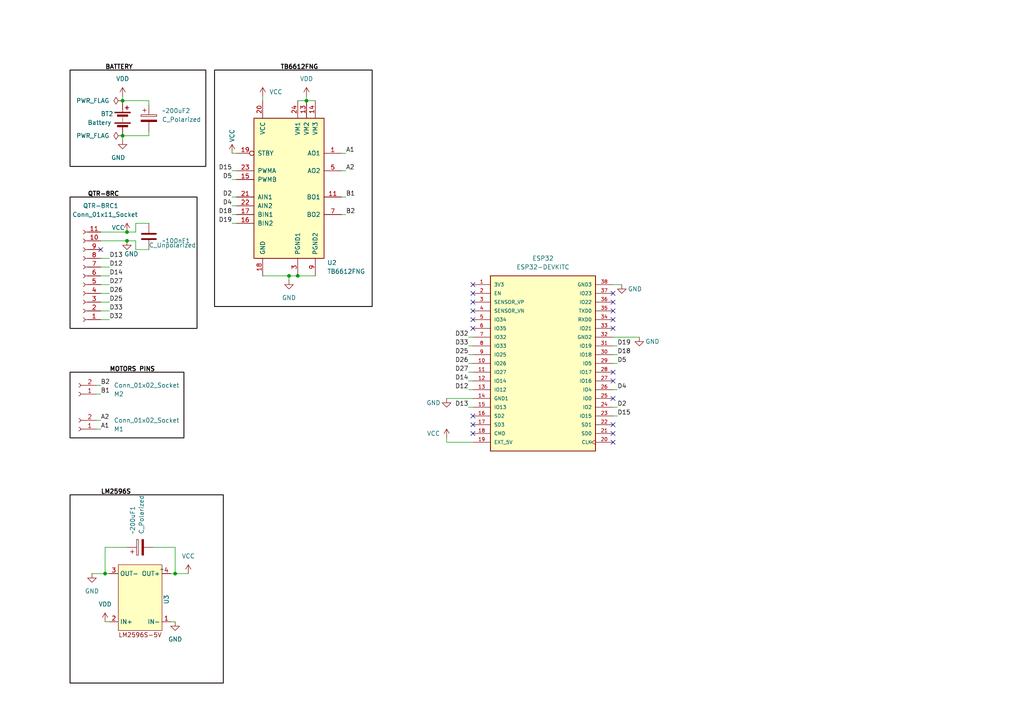
<source format=kicad_sch>
(kicad_sch (version 20230121) (generator eeschema)

  (uuid c92031bb-71b0-4e17-ac82-ae0bfe3ed072)

  (paper "A4")

  (title_block
    (title "LINEFOLLOWER SCHEMATIC")
    (date "2024-05-27")
    (rev "v0")
    (company "N/A")
    (comment 1 "N/A")
  )

  (lib_symbols
    (symbol "Connector:Conn_01x02_Socket" (pin_names (offset 1.016) hide) (in_bom yes) (on_board yes)
      (property "Reference" "J" (at 0 2.54 0)
        (effects (font (size 1.27 1.27)))
      )
      (property "Value" "Conn_01x02_Socket" (at 0 -5.08 0)
        (effects (font (size 1.27 1.27)))
      )
      (property "Footprint" "" (at 0 0 0)
        (effects (font (size 1.27 1.27)) hide)
      )
      (property "Datasheet" "~" (at 0 0 0)
        (effects (font (size 1.27 1.27)) hide)
      )
      (property "ki_locked" "" (at 0 0 0)
        (effects (font (size 1.27 1.27)))
      )
      (property "ki_keywords" "connector" (at 0 0 0)
        (effects (font (size 1.27 1.27)) hide)
      )
      (property "ki_description" "Generic connector, single row, 01x02, script generated" (at 0 0 0)
        (effects (font (size 1.27 1.27)) hide)
      )
      (property "ki_fp_filters" "Connector*:*_1x??_*" (at 0 0 0)
        (effects (font (size 1.27 1.27)) hide)
      )
      (symbol "Conn_01x02_Socket_1_1"
        (arc (start 0 -2.032) (mid -0.5058 -2.54) (end 0 -3.048)
          (stroke (width 0.1524) (type default))
          (fill (type none))
        )
        (polyline
          (pts
            (xy -1.27 -2.54)
            (xy -0.508 -2.54)
          )
          (stroke (width 0.1524) (type default))
          (fill (type none))
        )
        (polyline
          (pts
            (xy -1.27 0)
            (xy -0.508 0)
          )
          (stroke (width 0.1524) (type default))
          (fill (type none))
        )
        (arc (start 0 0.508) (mid -0.5058 0) (end 0 -0.508)
          (stroke (width 0.1524) (type default))
          (fill (type none))
        )
        (pin passive line (at -5.08 0 0) (length 3.81)
          (name "Pin_1" (effects (font (size 1.27 1.27))))
          (number "1" (effects (font (size 1.27 1.27))))
        )
        (pin passive line (at -5.08 -2.54 0) (length 3.81)
          (name "Pin_2" (effects (font (size 1.27 1.27))))
          (number "2" (effects (font (size 1.27 1.27))))
        )
      )
    )
    (symbol "Connector:Conn_01x11_Socket" (pin_names (offset 1.016) hide) (in_bom yes) (on_board yes)
      (property "Reference" "J" (at 0 15.24 0)
        (effects (font (size 1.27 1.27)))
      )
      (property "Value" "Conn_01x11_Socket" (at 0 -15.24 0)
        (effects (font (size 1.27 1.27)))
      )
      (property "Footprint" "" (at 0 0 0)
        (effects (font (size 1.27 1.27)) hide)
      )
      (property "Datasheet" "~" (at 0 0 0)
        (effects (font (size 1.27 1.27)) hide)
      )
      (property "ki_locked" "" (at 0 0 0)
        (effects (font (size 1.27 1.27)))
      )
      (property "ki_keywords" "connector" (at 0 0 0)
        (effects (font (size 1.27 1.27)) hide)
      )
      (property "ki_description" "Generic connector, single row, 01x11, script generated" (at 0 0 0)
        (effects (font (size 1.27 1.27)) hide)
      )
      (property "ki_fp_filters" "Connector*:*_1x??_*" (at 0 0 0)
        (effects (font (size 1.27 1.27)) hide)
      )
      (symbol "Conn_01x11_Socket_1_1"
        (arc (start 0 -12.192) (mid -0.5058 -12.7) (end 0 -13.208)
          (stroke (width 0.1524) (type default))
          (fill (type none))
        )
        (arc (start 0 -9.652) (mid -0.5058 -10.16) (end 0 -10.668)
          (stroke (width 0.1524) (type default))
          (fill (type none))
        )
        (arc (start 0 -7.112) (mid -0.5058 -7.62) (end 0 -8.128)
          (stroke (width 0.1524) (type default))
          (fill (type none))
        )
        (arc (start 0 -4.572) (mid -0.5058 -5.08) (end 0 -5.588)
          (stroke (width 0.1524) (type default))
          (fill (type none))
        )
        (arc (start 0 -2.032) (mid -0.5058 -2.54) (end 0 -3.048)
          (stroke (width 0.1524) (type default))
          (fill (type none))
        )
        (polyline
          (pts
            (xy -1.27 -12.7)
            (xy -0.508 -12.7)
          )
          (stroke (width 0.1524) (type default))
          (fill (type none))
        )
        (polyline
          (pts
            (xy -1.27 -10.16)
            (xy -0.508 -10.16)
          )
          (stroke (width 0.1524) (type default))
          (fill (type none))
        )
        (polyline
          (pts
            (xy -1.27 -7.62)
            (xy -0.508 -7.62)
          )
          (stroke (width 0.1524) (type default))
          (fill (type none))
        )
        (polyline
          (pts
            (xy -1.27 -5.08)
            (xy -0.508 -5.08)
          )
          (stroke (width 0.1524) (type default))
          (fill (type none))
        )
        (polyline
          (pts
            (xy -1.27 -2.54)
            (xy -0.508 -2.54)
          )
          (stroke (width 0.1524) (type default))
          (fill (type none))
        )
        (polyline
          (pts
            (xy -1.27 0)
            (xy -0.508 0)
          )
          (stroke (width 0.1524) (type default))
          (fill (type none))
        )
        (polyline
          (pts
            (xy -1.27 2.54)
            (xy -0.508 2.54)
          )
          (stroke (width 0.1524) (type default))
          (fill (type none))
        )
        (polyline
          (pts
            (xy -1.27 5.08)
            (xy -0.508 5.08)
          )
          (stroke (width 0.1524) (type default))
          (fill (type none))
        )
        (polyline
          (pts
            (xy -1.27 7.62)
            (xy -0.508 7.62)
          )
          (stroke (width 0.1524) (type default))
          (fill (type none))
        )
        (polyline
          (pts
            (xy -1.27 10.16)
            (xy -0.508 10.16)
          )
          (stroke (width 0.1524) (type default))
          (fill (type none))
        )
        (polyline
          (pts
            (xy -1.27 12.7)
            (xy -0.508 12.7)
          )
          (stroke (width 0.1524) (type default))
          (fill (type none))
        )
        (arc (start 0 0.508) (mid -0.5058 0) (end 0 -0.508)
          (stroke (width 0.1524) (type default))
          (fill (type none))
        )
        (arc (start 0 3.048) (mid -0.5058 2.54) (end 0 2.032)
          (stroke (width 0.1524) (type default))
          (fill (type none))
        )
        (arc (start 0 5.588) (mid -0.5058 5.08) (end 0 4.572)
          (stroke (width 0.1524) (type default))
          (fill (type none))
        )
        (arc (start 0 8.128) (mid -0.5058 7.62) (end 0 7.112)
          (stroke (width 0.1524) (type default))
          (fill (type none))
        )
        (arc (start 0 10.668) (mid -0.5058 10.16) (end 0 9.652)
          (stroke (width 0.1524) (type default))
          (fill (type none))
        )
        (arc (start 0 13.208) (mid -0.5058 12.7) (end 0 12.192)
          (stroke (width 0.1524) (type default))
          (fill (type none))
        )
        (pin passive line (at -5.08 12.7 0) (length 3.81)
          (name "Pin_1" (effects (font (size 1.27 1.27))))
          (number "1" (effects (font (size 1.27 1.27))))
        )
        (pin passive line (at -5.08 -10.16 0) (length 3.81)
          (name "Pin_10" (effects (font (size 1.27 1.27))))
          (number "10" (effects (font (size 1.27 1.27))))
        )
        (pin passive line (at -5.08 -12.7 0) (length 3.81)
          (name "Pin_11" (effects (font (size 1.27 1.27))))
          (number "11" (effects (font (size 1.27 1.27))))
        )
        (pin passive line (at -5.08 10.16 0) (length 3.81)
          (name "Pin_2" (effects (font (size 1.27 1.27))))
          (number "2" (effects (font (size 1.27 1.27))))
        )
        (pin passive line (at -5.08 7.62 0) (length 3.81)
          (name "Pin_3" (effects (font (size 1.27 1.27))))
          (number "3" (effects (font (size 1.27 1.27))))
        )
        (pin passive line (at -5.08 5.08 0) (length 3.81)
          (name "Pin_4" (effects (font (size 1.27 1.27))))
          (number "4" (effects (font (size 1.27 1.27))))
        )
        (pin passive line (at -5.08 2.54 0) (length 3.81)
          (name "Pin_5" (effects (font (size 1.27 1.27))))
          (number "5" (effects (font (size 1.27 1.27))))
        )
        (pin passive line (at -5.08 0 0) (length 3.81)
          (name "Pin_6" (effects (font (size 1.27 1.27))))
          (number "6" (effects (font (size 1.27 1.27))))
        )
        (pin passive line (at -5.08 -2.54 0) (length 3.81)
          (name "Pin_7" (effects (font (size 1.27 1.27))))
          (number "7" (effects (font (size 1.27 1.27))))
        )
        (pin passive line (at -5.08 -5.08 0) (length 3.81)
          (name "Pin_8" (effects (font (size 1.27 1.27))))
          (number "8" (effects (font (size 1.27 1.27))))
        )
        (pin passive line (at -5.08 -7.62 0) (length 3.81)
          (name "Pin_9" (effects (font (size 1.27 1.27))))
          (number "9" (effects (font (size 1.27 1.27))))
        )
      )
    )
    (symbol "Device:Battery" (pin_numbers hide) (pin_names (offset 0) hide) (in_bom yes) (on_board yes)
      (property "Reference" "BT" (at 2.54 2.54 0)
        (effects (font (size 1.27 1.27)) (justify left))
      )
      (property "Value" "Battery" (at 2.54 0 0)
        (effects (font (size 1.27 1.27)) (justify left))
      )
      (property "Footprint" "" (at 0 1.524 90)
        (effects (font (size 1.27 1.27)) hide)
      )
      (property "Datasheet" "~" (at 0 1.524 90)
        (effects (font (size 1.27 1.27)) hide)
      )
      (property "ki_keywords" "batt voltage-source cell" (at 0 0 0)
        (effects (font (size 1.27 1.27)) hide)
      )
      (property "ki_description" "Multiple-cell battery" (at 0 0 0)
        (effects (font (size 1.27 1.27)) hide)
      )
      (symbol "Battery_0_1"
        (rectangle (start -2.286 -1.27) (end 2.286 -1.524)
          (stroke (width 0) (type default))
          (fill (type outline))
        )
        (rectangle (start -2.286 1.778) (end 2.286 1.524)
          (stroke (width 0) (type default))
          (fill (type outline))
        )
        (rectangle (start -1.524 -2.032) (end 1.524 -2.54)
          (stroke (width 0) (type default))
          (fill (type outline))
        )
        (rectangle (start -1.524 1.016) (end 1.524 0.508)
          (stroke (width 0) (type default))
          (fill (type outline))
        )
        (polyline
          (pts
            (xy 0 -1.016)
            (xy 0 -0.762)
          )
          (stroke (width 0) (type default))
          (fill (type none))
        )
        (polyline
          (pts
            (xy 0 -0.508)
            (xy 0 -0.254)
          )
          (stroke (width 0) (type default))
          (fill (type none))
        )
        (polyline
          (pts
            (xy 0 0)
            (xy 0 0.254)
          )
          (stroke (width 0) (type default))
          (fill (type none))
        )
        (polyline
          (pts
            (xy 0 1.778)
            (xy 0 2.54)
          )
          (stroke (width 0) (type default))
          (fill (type none))
        )
        (polyline
          (pts
            (xy 0.762 3.048)
            (xy 1.778 3.048)
          )
          (stroke (width 0.254) (type default))
          (fill (type none))
        )
        (polyline
          (pts
            (xy 1.27 3.556)
            (xy 1.27 2.54)
          )
          (stroke (width 0.254) (type default))
          (fill (type none))
        )
      )
      (symbol "Battery_1_1"
        (pin passive line (at 0 5.08 270) (length 2.54)
          (name "+" (effects (font (size 1.27 1.27))))
          (number "1" (effects (font (size 1.27 1.27))))
        )
        (pin passive line (at 0 -5.08 90) (length 2.54)
          (name "-" (effects (font (size 1.27 1.27))))
          (number "2" (effects (font (size 1.27 1.27))))
        )
      )
    )
    (symbol "Device:C" (pin_numbers hide) (pin_names (offset 0.254)) (in_bom yes) (on_board yes)
      (property "Reference" "C" (at 0.635 2.54 0)
        (effects (font (size 1.27 1.27)) (justify left))
      )
      (property "Value" "C" (at 0.635 -2.54 0)
        (effects (font (size 1.27 1.27)) (justify left))
      )
      (property "Footprint" "" (at 0.9652 -3.81 0)
        (effects (font (size 1.27 1.27)) hide)
      )
      (property "Datasheet" "~" (at 0 0 0)
        (effects (font (size 1.27 1.27)) hide)
      )
      (property "ki_keywords" "cap capacitor" (at 0 0 0)
        (effects (font (size 1.27 1.27)) hide)
      )
      (property "ki_description" "Unpolarized capacitor" (at 0 0 0)
        (effects (font (size 1.27 1.27)) hide)
      )
      (property "ki_fp_filters" "C_*" (at 0 0 0)
        (effects (font (size 1.27 1.27)) hide)
      )
      (symbol "C_0_1"
        (polyline
          (pts
            (xy -2.032 -0.762)
            (xy 2.032 -0.762)
          )
          (stroke (width 0.508) (type default))
          (fill (type none))
        )
        (polyline
          (pts
            (xy -2.032 0.762)
            (xy 2.032 0.762)
          )
          (stroke (width 0.508) (type default))
          (fill (type none))
        )
      )
      (symbol "C_1_1"
        (pin passive line (at 0 3.81 270) (length 2.794)
          (name "~" (effects (font (size 1.27 1.27))))
          (number "1" (effects (font (size 1.27 1.27))))
        )
        (pin passive line (at 0 -3.81 90) (length 2.794)
          (name "~" (effects (font (size 1.27 1.27))))
          (number "2" (effects (font (size 1.27 1.27))))
        )
      )
    )
    (symbol "Device:C_Polarized" (pin_numbers hide) (pin_names (offset 0.254)) (in_bom yes) (on_board yes)
      (property "Reference" "C" (at 0.635 2.54 0)
        (effects (font (size 1.27 1.27)) (justify left))
      )
      (property "Value" "C_Polarized" (at 0.635 -2.54 0)
        (effects (font (size 1.27 1.27)) (justify left))
      )
      (property "Footprint" "" (at 0.9652 -3.81 0)
        (effects (font (size 1.27 1.27)) hide)
      )
      (property "Datasheet" "~" (at 0 0 0)
        (effects (font (size 1.27 1.27)) hide)
      )
      (property "ki_keywords" "cap capacitor" (at 0 0 0)
        (effects (font (size 1.27 1.27)) hide)
      )
      (property "ki_description" "Polarized capacitor" (at 0 0 0)
        (effects (font (size 1.27 1.27)) hide)
      )
      (property "ki_fp_filters" "CP_*" (at 0 0 0)
        (effects (font (size 1.27 1.27)) hide)
      )
      (symbol "C_Polarized_0_1"
        (rectangle (start -2.286 0.508) (end 2.286 1.016)
          (stroke (width 0) (type default))
          (fill (type none))
        )
        (polyline
          (pts
            (xy -1.778 2.286)
            (xy -0.762 2.286)
          )
          (stroke (width 0) (type default))
          (fill (type none))
        )
        (polyline
          (pts
            (xy -1.27 2.794)
            (xy -1.27 1.778)
          )
          (stroke (width 0) (type default))
          (fill (type none))
        )
        (rectangle (start 2.286 -0.508) (end -2.286 -1.016)
          (stroke (width 0) (type default))
          (fill (type outline))
        )
      )
      (symbol "C_Polarized_1_1"
        (pin passive line (at 0 3.81 270) (length 2.794)
          (name "~" (effects (font (size 1.27 1.27))))
          (number "1" (effects (font (size 1.27 1.27))))
        )
        (pin passive line (at 0 -3.81 90) (length 2.794)
          (name "~" (effects (font (size 1.27 1.27))))
          (number "2" (effects (font (size 1.27 1.27))))
        )
      )
    )
    (symbol "Driver_Motor:TB6612FNG" (pin_names (offset 1.016)) (in_bom yes) (on_board yes)
      (property "Reference" "U" (at 11.43 17.78 0)
        (effects (font (size 1.27 1.27)) (justify left))
      )
      (property "Value" "TB6612FNG" (at 11.43 15.24 0)
        (effects (font (size 1.27 1.27)) (justify left))
      )
      (property "Footprint" "Package_SO:SSOP-24_5.3x8.2mm_P0.65mm" (at 33.02 -22.86 0)
        (effects (font (size 1.27 1.27)) hide)
      )
      (property "Datasheet" "https://toshiba.semicon-storage.com/us/product/linear/motordriver/detail.TB6612FNG.html" (at 11.43 15.24 0)
        (effects (font (size 1.27 1.27)) hide)
      )
      (property "ki_keywords" "H-bridge motor driver" (at 0 0 0)
        (effects (font (size 1.27 1.27)) hide)
      )
      (property "ki_description" "Driver IC for Dual DC motor, SSOP-24" (at 0 0 0)
        (effects (font (size 1.27 1.27)) hide)
      )
      (property "ki_fp_filters" "SSOP-24*5.3x8.2mm*P0.65mm*" (at 0 0 0)
        (effects (font (size 1.27 1.27)) hide)
      )
      (symbol "TB6612FNG_0_1"
        (rectangle (start -10.16 20.32) (end 10.16 -20.32)
          (stroke (width 0.254) (type default))
          (fill (type background))
        )
      )
      (symbol "TB6612FNG_1_1"
        (pin output line (at 15.24 10.16 180) (length 5.08)
          (name "AO1" (effects (font (size 1.27 1.27))))
          (number "1" (effects (font (size 1.27 1.27))))
        )
        (pin passive line (at 7.62 -25.4 90) (length 5.08) hide
          (name "PGND2" (effects (font (size 1.27 1.27))))
          (number "10" (effects (font (size 1.27 1.27))))
        )
        (pin output line (at 15.24 -2.54 180) (length 5.08)
          (name "BO1" (effects (font (size 1.27 1.27))))
          (number "11" (effects (font (size 1.27 1.27))))
        )
        (pin passive line (at 15.24 -2.54 180) (length 5.08) hide
          (name "BO1" (effects (font (size 1.27 1.27))))
          (number "12" (effects (font (size 1.27 1.27))))
        )
        (pin power_in line (at 5.08 25.4 270) (length 5.08)
          (name "VM2" (effects (font (size 1.27 1.27))))
          (number "13" (effects (font (size 1.27 1.27))))
        )
        (pin power_in line (at 7.62 25.4 270) (length 5.08)
          (name "VM3" (effects (font (size 1.27 1.27))))
          (number "14" (effects (font (size 1.27 1.27))))
        )
        (pin input line (at -15.24 2.54 0) (length 5.08)
          (name "PWMB" (effects (font (size 1.27 1.27))))
          (number "15" (effects (font (size 1.27 1.27))))
        )
        (pin input line (at -15.24 -10.16 0) (length 5.08)
          (name "BIN2" (effects (font (size 1.27 1.27))))
          (number "16" (effects (font (size 1.27 1.27))))
        )
        (pin input line (at -15.24 -7.62 0) (length 5.08)
          (name "BIN1" (effects (font (size 1.27 1.27))))
          (number "17" (effects (font (size 1.27 1.27))))
        )
        (pin power_in line (at -7.62 -25.4 90) (length 5.08)
          (name "GND" (effects (font (size 1.27 1.27))))
          (number "18" (effects (font (size 1.27 1.27))))
        )
        (pin input inverted (at -15.24 10.16 0) (length 5.08)
          (name "STBY" (effects (font (size 1.27 1.27))))
          (number "19" (effects (font (size 1.27 1.27))))
        )
        (pin passive line (at 15.24 10.16 180) (length 5.08) hide
          (name "AO1" (effects (font (size 1.27 1.27))))
          (number "2" (effects (font (size 1.27 1.27))))
        )
        (pin power_in line (at -7.62 25.4 270) (length 5.08)
          (name "VCC" (effects (font (size 1.27 1.27))))
          (number "20" (effects (font (size 1.27 1.27))))
        )
        (pin input line (at -15.24 -2.54 0) (length 5.08)
          (name "AIN1" (effects (font (size 1.27 1.27))))
          (number "21" (effects (font (size 1.27 1.27))))
        )
        (pin input line (at -15.24 -5.08 0) (length 5.08)
          (name "AIN2" (effects (font (size 1.27 1.27))))
          (number "22" (effects (font (size 1.27 1.27))))
        )
        (pin input line (at -15.24 5.08 0) (length 5.08)
          (name "PWMA" (effects (font (size 1.27 1.27))))
          (number "23" (effects (font (size 1.27 1.27))))
        )
        (pin power_in line (at 2.54 25.4 270) (length 5.08)
          (name "VM1" (effects (font (size 1.27 1.27))))
          (number "24" (effects (font (size 1.27 1.27))))
        )
        (pin power_in line (at 2.54 -25.4 90) (length 5.08)
          (name "PGND1" (effects (font (size 1.27 1.27))))
          (number "3" (effects (font (size 1.27 1.27))))
        )
        (pin passive line (at 2.54 -25.4 90) (length 5.08) hide
          (name "PGND1" (effects (font (size 1.27 1.27))))
          (number "4" (effects (font (size 1.27 1.27))))
        )
        (pin output line (at 15.24 5.08 180) (length 5.08)
          (name "AO2" (effects (font (size 1.27 1.27))))
          (number "5" (effects (font (size 1.27 1.27))))
        )
        (pin passive line (at 15.24 5.08 180) (length 5.08) hide
          (name "AO2" (effects (font (size 1.27 1.27))))
          (number "6" (effects (font (size 1.27 1.27))))
        )
        (pin output line (at 15.24 -7.62 180) (length 5.08)
          (name "BO2" (effects (font (size 1.27 1.27))))
          (number "7" (effects (font (size 1.27 1.27))))
        )
        (pin passive line (at 15.24 -7.62 180) (length 5.08) hide
          (name "BO2" (effects (font (size 1.27 1.27))))
          (number "8" (effects (font (size 1.27 1.27))))
        )
        (pin power_in line (at 7.62 -25.4 90) (length 5.08)
          (name "PGND2" (effects (font (size 1.27 1.27))))
          (number "9" (effects (font (size 1.27 1.27))))
        )
      )
    )
    (symbol "ESP32-DEVKITC:ESP32-DEVKITC" (pin_names (offset 1.016)) (in_bom yes) (on_board yes)
      (property "Reference" "U" (at -15.2572 26.0643 0)
        (effects (font (size 1.27 1.27)) (justify left bottom))
      )
      (property "Value" "ESP32-DEVKITC" (at -15.2563 -27.9698 0)
        (effects (font (size 1.27 1.27)) (justify left bottom))
      )
      (property "Footprint" "ESP32-DEVKITC:MODULE_ESP32-DEVKITC" (at 0 0 0)
        (effects (font (size 1.27 1.27)) (justify bottom) hide)
      )
      (property "Datasheet" "" (at 0 0 0)
        (effects (font (size 1.27 1.27)) hide)
      )
      (property "MF" "Olimex LTD" (at 0 0 0)
        (effects (font (size 1.27 1.27)) (justify bottom) hide)
      )
      (property "Description" "\n- ESP32-WROOM32 Transceiver; 802.11 b/g/n (Wi-Fi, WiFi, WLAN), Bluetooth® Smart 4.x Low Energy (BLE) 2.4GHz Evaluation Board\n" (at 0 0 0)
        (effects (font (size 1.27 1.27)) (justify bottom) hide)
      )
      (property "Package" "None" (at 0 0 0)
        (effects (font (size 1.27 1.27)) (justify bottom) hide)
      )
      (property "Price" "None" (at 0 0 0)
        (effects (font (size 1.27 1.27)) (justify bottom) hide)
      )
      (property "Check_prices" "https://www.snapeda.com/parts/ESP32-DEVKITC/Olimex+LTD/view-part/?ref=eda" (at 0 0 0)
        (effects (font (size 1.27 1.27)) (justify bottom) hide)
      )
      (property "STANDARD" "Manufacturer Recommendations" (at 0 0 0)
        (effects (font (size 1.27 1.27)) (justify bottom) hide)
      )
      (property "PARTREV" "N/A" (at 0 0 0)
        (effects (font (size 1.27 1.27)) (justify bottom) hide)
      )
      (property "SnapEDA_Link" "https://www.snapeda.com/parts/ESP32-DEVKITC/Olimex+LTD/view-part/?ref=snap" (at 0 0 0)
        (effects (font (size 1.27 1.27)) (justify bottom) hide)
      )
      (property "MP" "ESP32-DEVKITC" (at 0 0 0)
        (effects (font (size 1.27 1.27)) (justify bottom) hide)
      )
      (property "Availability" "In Stock" (at 0 0 0)
        (effects (font (size 1.27 1.27)) (justify bottom) hide)
      )
      (property "MANUFACTURER" "ESPRESSIF" (at 0 0 0)
        (effects (font (size 1.27 1.27)) (justify bottom) hide)
      )
      (symbol "ESP32-DEVKITC_0_0"
        (rectangle (start -15.24 -25.4) (end 15.24 25.4)
          (stroke (width 0.254) (type default))
          (fill (type background))
        )
        (pin power_in line (at -20.32 22.86 0) (length 5.08)
          (name "3V3" (effects (font (size 1.016 1.016))))
          (number "1" (effects (font (size 1.016 1.016))))
        )
        (pin bidirectional line (at -20.32 0 0) (length 5.08)
          (name "IO26" (effects (font (size 1.016 1.016))))
          (number "10" (effects (font (size 1.016 1.016))))
        )
        (pin bidirectional line (at -20.32 -2.54 0) (length 5.08)
          (name "IO27" (effects (font (size 1.016 1.016))))
          (number "11" (effects (font (size 1.016 1.016))))
        )
        (pin bidirectional line (at -20.32 -5.08 0) (length 5.08)
          (name "IO14" (effects (font (size 1.016 1.016))))
          (number "12" (effects (font (size 1.016 1.016))))
        )
        (pin bidirectional line (at -20.32 -7.62 0) (length 5.08)
          (name "IO12" (effects (font (size 1.016 1.016))))
          (number "13" (effects (font (size 1.016 1.016))))
        )
        (pin power_in line (at -20.32 -10.16 0) (length 5.08)
          (name "GND1" (effects (font (size 1.016 1.016))))
          (number "14" (effects (font (size 1.016 1.016))))
        )
        (pin bidirectional line (at -20.32 -12.7 0) (length 5.08)
          (name "IO13" (effects (font (size 1.016 1.016))))
          (number "15" (effects (font (size 1.016 1.016))))
        )
        (pin bidirectional line (at -20.32 -15.24 0) (length 5.08)
          (name "SD2" (effects (font (size 1.016 1.016))))
          (number "16" (effects (font (size 1.016 1.016))))
        )
        (pin bidirectional line (at -20.32 -17.78 0) (length 5.08)
          (name "SD3" (effects (font (size 1.016 1.016))))
          (number "17" (effects (font (size 1.016 1.016))))
        )
        (pin bidirectional line (at -20.32 -20.32 0) (length 5.08)
          (name "CMD" (effects (font (size 1.016 1.016))))
          (number "18" (effects (font (size 1.016 1.016))))
        )
        (pin power_in line (at -20.32 -22.86 0) (length 5.08)
          (name "EXT_5V" (effects (font (size 1.016 1.016))))
          (number "19" (effects (font (size 1.016 1.016))))
        )
        (pin input line (at -20.32 20.32 0) (length 5.08)
          (name "EN" (effects (font (size 1.016 1.016))))
          (number "2" (effects (font (size 1.016 1.016))))
        )
        (pin input clock (at 20.32 -22.86 180) (length 5.08)
          (name "CLK" (effects (font (size 1.016 1.016))))
          (number "20" (effects (font (size 1.016 1.016))))
        )
        (pin bidirectional line (at 20.32 -20.32 180) (length 5.08)
          (name "SD0" (effects (font (size 1.016 1.016))))
          (number "21" (effects (font (size 1.016 1.016))))
        )
        (pin bidirectional line (at 20.32 -17.78 180) (length 5.08)
          (name "SD1" (effects (font (size 1.016 1.016))))
          (number "22" (effects (font (size 1.016 1.016))))
        )
        (pin bidirectional line (at 20.32 -15.24 180) (length 5.08)
          (name "IO15" (effects (font (size 1.016 1.016))))
          (number "23" (effects (font (size 1.016 1.016))))
        )
        (pin bidirectional line (at 20.32 -12.7 180) (length 5.08)
          (name "IO2" (effects (font (size 1.016 1.016))))
          (number "24" (effects (font (size 1.016 1.016))))
        )
        (pin bidirectional line (at 20.32 -10.16 180) (length 5.08)
          (name "IO0" (effects (font (size 1.016 1.016))))
          (number "25" (effects (font (size 1.016 1.016))))
        )
        (pin bidirectional line (at 20.32 -7.62 180) (length 5.08)
          (name "IO4" (effects (font (size 1.016 1.016))))
          (number "26" (effects (font (size 1.016 1.016))))
        )
        (pin bidirectional line (at 20.32 -5.08 180) (length 5.08)
          (name "IO16" (effects (font (size 1.016 1.016))))
          (number "27" (effects (font (size 1.016 1.016))))
        )
        (pin bidirectional line (at 20.32 -2.54 180) (length 5.08)
          (name "IO17" (effects (font (size 1.016 1.016))))
          (number "28" (effects (font (size 1.016 1.016))))
        )
        (pin bidirectional line (at 20.32 0 180) (length 5.08)
          (name "IO5" (effects (font (size 1.016 1.016))))
          (number "29" (effects (font (size 1.016 1.016))))
        )
        (pin input line (at -20.32 17.78 0) (length 5.08)
          (name "SENSOR_VP" (effects (font (size 1.016 1.016))))
          (number "3" (effects (font (size 1.016 1.016))))
        )
        (pin bidirectional line (at 20.32 2.54 180) (length 5.08)
          (name "IO18" (effects (font (size 1.016 1.016))))
          (number "30" (effects (font (size 1.016 1.016))))
        )
        (pin bidirectional line (at 20.32 5.08 180) (length 5.08)
          (name "IO19" (effects (font (size 1.016 1.016))))
          (number "31" (effects (font (size 1.016 1.016))))
        )
        (pin power_in line (at 20.32 7.62 180) (length 5.08)
          (name "GND2" (effects (font (size 1.016 1.016))))
          (number "32" (effects (font (size 1.016 1.016))))
        )
        (pin bidirectional line (at 20.32 10.16 180) (length 5.08)
          (name "IO21" (effects (font (size 1.016 1.016))))
          (number "33" (effects (font (size 1.016 1.016))))
        )
        (pin input line (at 20.32 12.7 180) (length 5.08)
          (name "RXD0" (effects (font (size 1.016 1.016))))
          (number "34" (effects (font (size 1.016 1.016))))
        )
        (pin output line (at 20.32 15.24 180) (length 5.08)
          (name "TXD0" (effects (font (size 1.016 1.016))))
          (number "35" (effects (font (size 1.016 1.016))))
        )
        (pin bidirectional line (at 20.32 17.78 180) (length 5.08)
          (name "IO22" (effects (font (size 1.016 1.016))))
          (number "36" (effects (font (size 1.016 1.016))))
        )
        (pin bidirectional line (at 20.32 20.32 180) (length 5.08)
          (name "IO23" (effects (font (size 1.016 1.016))))
          (number "37" (effects (font (size 1.016 1.016))))
        )
        (pin power_in line (at 20.32 22.86 180) (length 5.08)
          (name "GND3" (effects (font (size 1.016 1.016))))
          (number "38" (effects (font (size 1.016 1.016))))
        )
        (pin input line (at -20.32 15.24 0) (length 5.08)
          (name "SENSOR_VN" (effects (font (size 1.016 1.016))))
          (number "4" (effects (font (size 1.016 1.016))))
        )
        (pin bidirectional line (at -20.32 12.7 0) (length 5.08)
          (name "IO34" (effects (font (size 1.016 1.016))))
          (number "5" (effects (font (size 1.016 1.016))))
        )
        (pin bidirectional line (at -20.32 10.16 0) (length 5.08)
          (name "IO35" (effects (font (size 1.016 1.016))))
          (number "6" (effects (font (size 1.016 1.016))))
        )
        (pin bidirectional line (at -20.32 7.62 0) (length 5.08)
          (name "IO32" (effects (font (size 1.016 1.016))))
          (number "7" (effects (font (size 1.016 1.016))))
        )
        (pin bidirectional line (at -20.32 5.08 0) (length 5.08)
          (name "IO33" (effects (font (size 1.016 1.016))))
          (number "8" (effects (font (size 1.016 1.016))))
        )
        (pin bidirectional line (at -20.32 2.54 0) (length 5.08)
          (name "IO25" (effects (font (size 1.016 1.016))))
          (number "9" (effects (font (size 1.016 1.016))))
        )
      )
    )
    (symbol "LM2596S_SYM:LM2596S-5V" (in_bom yes) (on_board yes)
      (property "Reference" "U3" (at -1.27 11.43 90)
        (effects (font (size 1.27 1.27)) (justify right))
      )
      (property "Value" "~" (at 0 1.27 0)
        (effects (font (size 1.27 1.27)))
      )
      (property "Footprint" "LM2596S:LM2596S_DEV_KIT" (at 0 1.27 0)
        (effects (font (size 1.27 1.27)) hide)
      )
      (property "Datasheet" "" (at 0 1.27 0)
        (effects (font (size 1.27 1.27)) hide)
      )
      (symbol "LM2596S-5V_1_1"
        (rectangle (start 0 19.05) (end 12.7 0)
          (stroke (width 0) (type default))
          (fill (type background))
        )
        (text "LM2596S-5V" (at 6.35 20.32 0)
          (effects (font (size 1.27 1.27)))
        )
        (pin input line (at -2.54 16.51 0) (length 2.54)
          (name "IN-" (effects (font (size 1.27 1.27))))
          (number "1" (effects (font (size 1.27 1.27))))
        )
        (pin input line (at 15.24 16.51 180) (length 2.54)
          (name "IN+" (effects (font (size 1.27 1.27))))
          (number "2" (effects (font (size 1.27 1.27))))
        )
        (pin output line (at 15.24 2.54 180) (length 2.54)
          (name "OUT-" (effects (font (size 1.27 1.27))))
          (number "3" (effects (font (size 1.27 1.27))))
        )
        (pin output line (at -2.54 2.54 0) (length 2.54)
          (name "OUT+" (effects (font (size 1.27 1.27))))
          (number "4" (effects (font (size 1.27 1.27))))
        )
      )
    )
    (symbol "power:GND" (power) (pin_names (offset 0)) (in_bom yes) (on_board yes)
      (property "Reference" "#PWR" (at 0 -6.35 0)
        (effects (font (size 1.27 1.27)) hide)
      )
      (property "Value" "GND" (at 0 -3.81 0)
        (effects (font (size 1.27 1.27)))
      )
      (property "Footprint" "" (at 0 0 0)
        (effects (font (size 1.27 1.27)) hide)
      )
      (property "Datasheet" "" (at 0 0 0)
        (effects (font (size 1.27 1.27)) hide)
      )
      (property "ki_keywords" "global power" (at 0 0 0)
        (effects (font (size 1.27 1.27)) hide)
      )
      (property "ki_description" "Power symbol creates a global label with name \"GND\" , ground" (at 0 0 0)
        (effects (font (size 1.27 1.27)) hide)
      )
      (symbol "GND_0_1"
        (polyline
          (pts
            (xy 0 0)
            (xy 0 -1.27)
            (xy 1.27 -1.27)
            (xy 0 -2.54)
            (xy -1.27 -1.27)
            (xy 0 -1.27)
          )
          (stroke (width 0) (type default))
          (fill (type none))
        )
      )
      (symbol "GND_1_1"
        (pin power_in line (at 0 0 270) (length 0) hide
          (name "GND" (effects (font (size 1.27 1.27))))
          (number "1" (effects (font (size 1.27 1.27))))
        )
      )
    )
    (symbol "power:PWR_FLAG" (power) (pin_numbers hide) (pin_names (offset 0) hide) (in_bom yes) (on_board yes)
      (property "Reference" "#FLG" (at 0 1.905 0)
        (effects (font (size 1.27 1.27)) hide)
      )
      (property "Value" "PWR_FLAG" (at 0 3.81 0)
        (effects (font (size 1.27 1.27)))
      )
      (property "Footprint" "" (at 0 0 0)
        (effects (font (size 1.27 1.27)) hide)
      )
      (property "Datasheet" "~" (at 0 0 0)
        (effects (font (size 1.27 1.27)) hide)
      )
      (property "ki_keywords" "flag power" (at 0 0 0)
        (effects (font (size 1.27 1.27)) hide)
      )
      (property "ki_description" "Special symbol for telling ERC where power comes from" (at 0 0 0)
        (effects (font (size 1.27 1.27)) hide)
      )
      (symbol "PWR_FLAG_0_0"
        (pin power_out line (at 0 0 90) (length 0)
          (name "pwr" (effects (font (size 1.27 1.27))))
          (number "1" (effects (font (size 1.27 1.27))))
        )
      )
      (symbol "PWR_FLAG_0_1"
        (polyline
          (pts
            (xy 0 0)
            (xy 0 1.27)
            (xy -1.016 1.905)
            (xy 0 2.54)
            (xy 1.016 1.905)
            (xy 0 1.27)
          )
          (stroke (width 0) (type default))
          (fill (type none))
        )
      )
    )
    (symbol "power:VCC" (power) (pin_names (offset 0)) (in_bom yes) (on_board yes)
      (property "Reference" "#PWR" (at 0 -3.81 0)
        (effects (font (size 1.27 1.27)) hide)
      )
      (property "Value" "VCC" (at 0 3.81 0)
        (effects (font (size 1.27 1.27)))
      )
      (property "Footprint" "" (at 0 0 0)
        (effects (font (size 1.27 1.27)) hide)
      )
      (property "Datasheet" "" (at 0 0 0)
        (effects (font (size 1.27 1.27)) hide)
      )
      (property "ki_keywords" "global power" (at 0 0 0)
        (effects (font (size 1.27 1.27)) hide)
      )
      (property "ki_description" "Power symbol creates a global label with name \"VCC\"" (at 0 0 0)
        (effects (font (size 1.27 1.27)) hide)
      )
      (symbol "VCC_0_1"
        (polyline
          (pts
            (xy -0.762 1.27)
            (xy 0 2.54)
          )
          (stroke (width 0) (type default))
          (fill (type none))
        )
        (polyline
          (pts
            (xy 0 0)
            (xy 0 2.54)
          )
          (stroke (width 0) (type default))
          (fill (type none))
        )
        (polyline
          (pts
            (xy 0 2.54)
            (xy 0.762 1.27)
          )
          (stroke (width 0) (type default))
          (fill (type none))
        )
      )
      (symbol "VCC_1_1"
        (pin power_in line (at 0 0 90) (length 0) hide
          (name "VCC" (effects (font (size 1.27 1.27))))
          (number "1" (effects (font (size 1.27 1.27))))
        )
      )
    )
    (symbol "power:VDD" (power) (pin_names (offset 0)) (in_bom yes) (on_board yes)
      (property "Reference" "#PWR" (at 0 -3.81 0)
        (effects (font (size 1.27 1.27)) hide)
      )
      (property "Value" "VDD" (at 0 3.81 0)
        (effects (font (size 1.27 1.27)))
      )
      (property "Footprint" "" (at 0 0 0)
        (effects (font (size 1.27 1.27)) hide)
      )
      (property "Datasheet" "" (at 0 0 0)
        (effects (font (size 1.27 1.27)) hide)
      )
      (property "ki_keywords" "global power" (at 0 0 0)
        (effects (font (size 1.27 1.27)) hide)
      )
      (property "ki_description" "Power symbol creates a global label with name \"VDD\"" (at 0 0 0)
        (effects (font (size 1.27 1.27)) hide)
      )
      (symbol "VDD_0_1"
        (polyline
          (pts
            (xy -0.762 1.27)
            (xy 0 2.54)
          )
          (stroke (width 0) (type default))
          (fill (type none))
        )
        (polyline
          (pts
            (xy 0 0)
            (xy 0 2.54)
          )
          (stroke (width 0) (type default))
          (fill (type none))
        )
        (polyline
          (pts
            (xy 0 2.54)
            (xy 0.762 1.27)
          )
          (stroke (width 0) (type default))
          (fill (type none))
        )
      )
      (symbol "VDD_1_1"
        (pin power_in line (at 0 0 90) (length 0) hide
          (name "VDD" (effects (font (size 1.27 1.27))))
          (number "1" (effects (font (size 1.27 1.27))))
        )
      )
    )
  )

  (junction (at 86.36 80.01) (diameter 0) (color 0 0 0 0)
    (uuid 5f5cc208-8ae0-4af1-8535-abca64cb7d40)
  )
  (junction (at 36.83 69.85) (diameter 0) (color 0 0 0 0)
    (uuid 6914ad46-d19d-4235-b429-cc2e635513bd)
  )
  (junction (at 88.9 29.21) (diameter 0) (color 0 0 0 0)
    (uuid 6ea476eb-4432-484f-9559-397410b3dcb7)
  )
  (junction (at 83.82 80.01) (diameter 0) (color 0 0 0 0)
    (uuid 70fcee14-22e0-4c37-b380-f7fd2343a2fa)
  )
  (junction (at 36.83 67.31) (diameter 0) (color 0 0 0 0)
    (uuid 7b0c6c04-23e2-44ca-a562-161ca31700b9)
  )
  (junction (at 35.56 39.37) (diameter 0) (color 0 0 0 0)
    (uuid 8fa994a9-0744-46cf-8869-f5c5cc64011f)
  )
  (junction (at 50.8 166.37) (diameter 0) (color 0 0 0 0)
    (uuid a6fcfa91-ce05-4b07-a095-93e5a474fe5c)
  )
  (junction (at 30.48 166.37) (diameter 0) (color 0 0 0 0)
    (uuid a902a9cc-0098-4133-8cf7-45fcd82cbf21)
  )
  (junction (at 35.56 29.21) (diameter 0) (color 0 0 0 0)
    (uuid b9e3af9a-8d27-4c3b-b3a1-a8cb924b5d1f)
  )

  (no_connect (at 177.8 125.73) (uuid 16ce95c1-22f8-4a74-972b-6ac91eae4ccc))
  (no_connect (at 177.8 110.49) (uuid 1cb12a4f-fd78-454e-9a73-00e4205ccc05))
  (no_connect (at 137.16 95.25) (uuid 30046fe4-885b-4798-abd5-39fe8d66a65b))
  (no_connect (at 29.21 72.39) (uuid 48d23c6f-e88f-4566-b19f-c327691c30a1))
  (no_connect (at 177.8 123.19) (uuid 529cfc69-de30-4f81-abf1-affb2b8b5e94))
  (no_connect (at 177.8 128.27) (uuid 53d62e76-a500-4d85-a722-d5b807918bfc))
  (no_connect (at 137.16 123.19) (uuid 63612f1e-2a73-4b51-b54d-658082cfaaaf))
  (no_connect (at 137.16 90.17) (uuid 67e340d1-027c-45dd-ad0f-91e0358a9d02))
  (no_connect (at 177.8 85.09) (uuid 78ba1dbe-36bc-4348-a845-6ae442caf576))
  (no_connect (at 177.8 92.71) (uuid 9c327d2a-ce8c-41ec-abb3-9ba2f392c60c))
  (no_connect (at 137.16 92.71) (uuid a2958c6f-abea-4ff2-a61a-1e9d06571600))
  (no_connect (at 177.8 87.63) (uuid a86b1d97-3781-4b4e-a544-146bd9f118e4))
  (no_connect (at 137.16 120.65) (uuid ae6d1210-e78f-4aa4-b6f7-e90440b362c5))
  (no_connect (at 137.16 82.55) (uuid b7367281-5dfc-405e-97cb-7bd5d4682ec6))
  (no_connect (at 177.8 107.95) (uuid b74f42f5-0b1a-4349-b319-0c899acc7064))
  (no_connect (at 177.8 90.17) (uuid b87c49cd-7a40-4899-aad2-7f9029435a60))
  (no_connect (at 137.16 85.09) (uuid c4f1aef5-59b7-4af4-9cd6-10218128d49c))
  (no_connect (at 137.16 87.63) (uuid d58d9625-7c7c-4364-b2d5-eb71787a6c8c))
  (no_connect (at 177.8 95.25) (uuid d65288ae-841d-4b03-be32-ddebe174c45c))
  (no_connect (at 177.8 115.57) (uuid e6827bfa-b711-4175-b403-db21f0817406))
  (no_connect (at 137.16 125.73) (uuid e85d8084-6664-45c8-8c97-5c335c8585a2))

  (wire (pts (xy 36.83 158.75) (xy 30.48 158.75))
    (stroke (width 0) (type default))
    (uuid 054fc3d3-a922-4923-b6b9-ff881ef9f15a)
  )
  (wire (pts (xy 177.8 120.65) (xy 179.07 120.65))
    (stroke (width 0) (type default))
    (uuid 09daec4e-4648-44b5-bc61-a542cec2bf79)
  )
  (wire (pts (xy 177.8 118.11) (xy 179.07 118.11))
    (stroke (width 0) (type default))
    (uuid 107e4f72-2a9f-4de4-9bf9-a4a6c4c29cfb)
  )
  (wire (pts (xy 99.06 44.45) (xy 100.33 44.45))
    (stroke (width 0) (type default))
    (uuid 11535036-184e-43c6-8159-028a8117048f)
  )
  (wire (pts (xy 135.89 102.87) (xy 137.16 102.87))
    (stroke (width 0) (type default))
    (uuid 132a8167-df0c-441e-8d20-13cce7916861)
  )
  (wire (pts (xy 86.36 80.01) (xy 91.44 80.01))
    (stroke (width 0) (type default))
    (uuid 199a22f4-62ce-40bc-a74a-2d059518b5d6)
  )
  (wire (pts (xy 43.18 72.39) (xy 39.37 72.39))
    (stroke (width 0) (type default))
    (uuid 1b159adf-a72f-42cb-8863-ab4c9414ace9)
  )
  (wire (pts (xy 76.2 80.01) (xy 83.82 80.01))
    (stroke (width 0) (type default))
    (uuid 1fc196ca-f0c9-4576-8c0d-5425d5c5e726)
  )
  (wire (pts (xy 35.56 27.94) (xy 35.56 29.21))
    (stroke (width 0) (type default))
    (uuid 2124ff02-e3b0-4801-9b8a-e9dcfe057878)
  )
  (wire (pts (xy 36.83 67.31) (xy 39.37 67.31))
    (stroke (width 0) (type default))
    (uuid 2328ab8e-4cba-4f47-b024-48f94f0c6717)
  )
  (wire (pts (xy 177.8 97.79) (xy 185.42 97.79))
    (stroke (width 0) (type default))
    (uuid 23f0dc10-e359-4154-a071-ff9ac2f19267)
  )
  (wire (pts (xy 67.31 52.07) (xy 68.58 52.07))
    (stroke (width 0) (type default))
    (uuid 255d21cc-d288-48a6-8ee1-a791acb78a2e)
  )
  (wire (pts (xy 39.37 64.77) (xy 39.37 67.31))
    (stroke (width 0) (type default))
    (uuid 27ed0331-1587-4b9e-a5cc-f34517f622f6)
  )
  (wire (pts (xy 43.18 38.1) (xy 43.18 39.37))
    (stroke (width 0) (type default))
    (uuid 285175c8-da67-4ccf-b728-ba80991f04b3)
  )
  (wire (pts (xy 43.18 29.21) (xy 35.56 29.21))
    (stroke (width 0) (type default))
    (uuid 2b62c1ac-f5d1-48e6-b7b4-9a7148d75c78)
  )
  (wire (pts (xy 26.67 166.37) (xy 30.48 166.37))
    (stroke (width 0) (type default))
    (uuid 2f08517f-a35b-4f31-8399-1e7ce46c61fe)
  )
  (wire (pts (xy 43.18 30.48) (xy 43.18 29.21))
    (stroke (width 0) (type default))
    (uuid 3c37aa04-bc80-4b5a-98b1-28f5938cdc20)
  )
  (wire (pts (xy 29.21 85.09) (xy 31.75 85.09))
    (stroke (width 0) (type default))
    (uuid 3d20e5c2-2abb-421e-b3c4-598a1fefeac1)
  )
  (wire (pts (xy 67.31 57.15) (xy 68.58 57.15))
    (stroke (width 0) (type default))
    (uuid 40f04ad0-9982-4c23-bcbb-7a7756b1fc3f)
  )
  (wire (pts (xy 67.31 62.23) (xy 68.58 62.23))
    (stroke (width 0) (type default))
    (uuid 4acfa7fd-9a32-457a-ad0c-4be5837649da)
  )
  (wire (pts (xy 29.21 87.63) (xy 31.75 87.63))
    (stroke (width 0) (type default))
    (uuid 52ba13ca-ee4f-4251-9f0d-81bcf58bc5f0)
  )
  (wire (pts (xy 30.48 180.34) (xy 31.75 180.34))
    (stroke (width 0) (type default))
    (uuid 588b7618-d158-46f2-90f9-9af06367ebc1)
  )
  (wire (pts (xy 177.8 102.87) (xy 179.07 102.87))
    (stroke (width 0) (type default))
    (uuid 58aa3f79-13b6-49bb-b4f6-b3c4b241865d)
  )
  (wire (pts (xy 50.8 158.75) (xy 50.8 166.37))
    (stroke (width 0) (type default))
    (uuid 5c15fecb-0e0e-4b81-8f65-f84c68163778)
  )
  (wire (pts (xy 29.21 92.71) (xy 31.75 92.71))
    (stroke (width 0) (type default))
    (uuid 5dab5129-f703-415d-b80f-8c64ec3fd627)
  )
  (wire (pts (xy 27.94 124.46) (xy 29.21 124.46))
    (stroke (width 0) (type default))
    (uuid 607ee2ac-3cd3-4bea-a6fd-6a82a45f2735)
  )
  (wire (pts (xy 67.31 64.77) (xy 68.58 64.77))
    (stroke (width 0) (type default))
    (uuid 65fe2601-076b-4bd8-afc3-17696d0b40bf)
  )
  (wire (pts (xy 67.31 59.69) (xy 68.58 59.69))
    (stroke (width 0) (type default))
    (uuid 687aa31b-72a1-4094-a27b-9a57b9af1f90)
  )
  (wire (pts (xy 177.8 113.03) (xy 179.07 113.03))
    (stroke (width 0) (type default))
    (uuid 6b6ff67d-9abd-4707-9d7a-a40d4e1f8fe5)
  )
  (wire (pts (xy 29.21 74.93) (xy 31.75 74.93))
    (stroke (width 0) (type default))
    (uuid 6dba4764-ddeb-4718-bdaf-59541b2c219f)
  )
  (wire (pts (xy 129.54 128.27) (xy 129.54 127))
    (stroke (width 0) (type default))
    (uuid 6e983c54-dcf3-4bdc-b13c-b8c1f00d86d5)
  )
  (wire (pts (xy 49.53 180.34) (xy 50.8 180.34))
    (stroke (width 0) (type default))
    (uuid 6f442ca3-f2d9-47f0-baef-3a8704ceea92)
  )
  (wire (pts (xy 29.21 67.31) (xy 36.83 67.31))
    (stroke (width 0) (type default))
    (uuid 71d9364d-a1d9-46ef-994a-fd37f64d9424)
  )
  (wire (pts (xy 135.89 100.33) (xy 137.16 100.33))
    (stroke (width 0) (type default))
    (uuid 7316bfa5-f268-4a65-9ed5-d1bcdc1d445a)
  )
  (wire (pts (xy 86.36 29.21) (xy 88.9 29.21))
    (stroke (width 0) (type default))
    (uuid 759f341c-201d-4113-9759-c352b2d3b61a)
  )
  (wire (pts (xy 76.2 27.94) (xy 76.2 29.21))
    (stroke (width 0) (type default))
    (uuid 7655bcc3-52e7-4f36-ba15-a36ef3e9249d)
  )
  (wire (pts (xy 129.54 128.27) (xy 137.16 128.27))
    (stroke (width 0) (type default))
    (uuid 7838c12f-7c04-43b0-af18-424bd44d4a50)
  )
  (wire (pts (xy 27.94 114.3) (xy 29.21 114.3))
    (stroke (width 0) (type default))
    (uuid 87519746-63b4-408e-9b06-cd3e2ae6a882)
  )
  (wire (pts (xy 30.48 158.75) (xy 30.48 166.37))
    (stroke (width 0) (type default))
    (uuid 87818787-49b0-4b47-9d7c-0946718cd3cf)
  )
  (wire (pts (xy 83.82 80.01) (xy 83.82 81.28))
    (stroke (width 0) (type default))
    (uuid 891a9d12-8131-48f2-8d92-cd5f3be0eb88)
  )
  (wire (pts (xy 67.31 44.45) (xy 68.58 44.45))
    (stroke (width 0) (type default))
    (uuid 895808f0-41bb-4c70-bd41-3a4b98e94ae7)
  )
  (wire (pts (xy 50.8 166.37) (xy 54.61 166.37))
    (stroke (width 0) (type default))
    (uuid 8c1dfc98-983b-4594-87dc-6d1261fa7a65)
  )
  (wire (pts (xy 177.8 105.41) (xy 179.07 105.41))
    (stroke (width 0) (type default))
    (uuid 8c87816e-e872-4798-aee9-8386e3cf69c3)
  )
  (wire (pts (xy 39.37 69.85) (xy 36.83 69.85))
    (stroke (width 0) (type default))
    (uuid 8e7de221-d01d-48c8-a27d-48e0f70d9da8)
  )
  (wire (pts (xy 67.31 49.53) (xy 68.58 49.53))
    (stroke (width 0) (type default))
    (uuid 947ca9a2-6903-481a-8385-cf7472de99c3)
  )
  (wire (pts (xy 99.06 49.53) (xy 100.33 49.53))
    (stroke (width 0) (type default))
    (uuid 9a111556-ed4b-45d5-a71e-abbad122aa70)
  )
  (wire (pts (xy 88.9 29.21) (xy 91.44 29.21))
    (stroke (width 0) (type default))
    (uuid 9bdb221f-be08-4935-9c74-2b21891cc415)
  )
  (wire (pts (xy 43.18 39.37) (xy 35.56 39.37))
    (stroke (width 0) (type default))
    (uuid 9c0dd1a0-6001-4f9d-92ba-733d815bae13)
  )
  (wire (pts (xy 135.89 110.49) (xy 137.16 110.49))
    (stroke (width 0) (type default))
    (uuid 9f063941-41df-47fd-a6a4-da61b05c4c45)
  )
  (wire (pts (xy 177.8 100.33) (xy 179.07 100.33))
    (stroke (width 0) (type default))
    (uuid a03611cd-a7df-496a-b80d-f23196be2f0b)
  )
  (wire (pts (xy 135.89 118.11) (xy 137.16 118.11))
    (stroke (width 0) (type default))
    (uuid a9468444-534a-49ee-83b0-8f2546fe60d9)
  )
  (wire (pts (xy 29.21 90.17) (xy 31.75 90.17))
    (stroke (width 0) (type default))
    (uuid ac175b8e-a755-471d-a4f0-37f68a9ebd06)
  )
  (wire (pts (xy 29.21 80.01) (xy 31.75 80.01))
    (stroke (width 0) (type default))
    (uuid ad819e3f-05c2-4b2f-88ae-1c011104004c)
  )
  (wire (pts (xy 35.56 39.37) (xy 35.56 40.64))
    (stroke (width 0) (type default))
    (uuid adc7dfe0-bc85-4e45-ab77-676efef23ce4)
  )
  (wire (pts (xy 29.21 69.85) (xy 36.83 69.85))
    (stroke (width 0) (type default))
    (uuid b755d43e-c758-457b-9d6d-ebef31c1e323)
  )
  (wire (pts (xy 135.89 107.95) (xy 137.16 107.95))
    (stroke (width 0) (type default))
    (uuid bbb73f65-222b-441d-b767-15053f2a9131)
  )
  (wire (pts (xy 129.54 115.57) (xy 137.16 115.57))
    (stroke (width 0) (type default))
    (uuid bbdacbfd-c252-4277-a313-55843bf7b419)
  )
  (wire (pts (xy 135.89 97.79) (xy 137.16 97.79))
    (stroke (width 0) (type default))
    (uuid c7249252-1d08-4751-bc3a-ca5c3ba46745)
  )
  (wire (pts (xy 27.94 121.92) (xy 29.21 121.92))
    (stroke (width 0) (type default))
    (uuid c944a44f-bb55-4e24-b8aa-03201ae0cbc6)
  )
  (wire (pts (xy 135.89 113.03) (xy 137.16 113.03))
    (stroke (width 0) (type default))
    (uuid ccee1371-7499-4740-b216-c94610217283)
  )
  (wire (pts (xy 177.8 82.55) (xy 180.34 82.55))
    (stroke (width 0) (type default))
    (uuid d121c324-da4d-4614-a599-7a090c1e13f9)
  )
  (wire (pts (xy 99.06 62.23) (xy 100.33 62.23))
    (stroke (width 0) (type default))
    (uuid d17bfc1e-12aa-4cd2-a75e-af94b3843082)
  )
  (wire (pts (xy 88.9 27.94) (xy 88.9 29.21))
    (stroke (width 0) (type default))
    (uuid d8cefa9b-8119-4215-acac-368fe2173e2c)
  )
  (wire (pts (xy 135.89 105.41) (xy 137.16 105.41))
    (stroke (width 0) (type default))
    (uuid de6d3a0e-e688-4b05-a206-ad2aa569a69f)
  )
  (wire (pts (xy 30.48 166.37) (xy 31.75 166.37))
    (stroke (width 0) (type default))
    (uuid e193d57a-95d7-43c6-9758-0b517f5bc49c)
  )
  (wire (pts (xy 99.06 57.15) (xy 100.33 57.15))
    (stroke (width 0) (type default))
    (uuid e1d70d47-eee1-4080-9856-717c1d593385)
  )
  (wire (pts (xy 27.94 111.76) (xy 29.21 111.76))
    (stroke (width 0) (type default))
    (uuid e4ff78fd-2861-42e3-92f3-ae12d07e4e8c)
  )
  (wire (pts (xy 43.18 64.77) (xy 39.37 64.77))
    (stroke (width 0) (type default))
    (uuid e80d8db4-5ca7-4001-8759-baa9c5672043)
  )
  (wire (pts (xy 49.53 166.37) (xy 50.8 166.37))
    (stroke (width 0) (type default))
    (uuid e82bb91e-40ed-41bc-94c0-415c17da1690)
  )
  (wire (pts (xy 29.21 82.55) (xy 31.75 82.55))
    (stroke (width 0) (type default))
    (uuid ec97692a-b7b0-48bf-be31-a8ddc1a3e735)
  )
  (wire (pts (xy 29.21 77.47) (xy 31.75 77.47))
    (stroke (width 0) (type default))
    (uuid f663d504-d933-4688-a0ac-9a06c4d2cd19)
  )
  (wire (pts (xy 44.45 158.75) (xy 50.8 158.75))
    (stroke (width 0) (type default))
    (uuid f9f72bda-265a-4adb-8a0d-26d0c4259ab0)
  )
  (wire (pts (xy 83.82 80.01) (xy 86.36 80.01))
    (stroke (width 0) (type default))
    (uuid fb0c0b4f-c6b3-476a-b598-45ac733f0943)
  )
  (wire (pts (xy 39.37 72.39) (xy 39.37 69.85))
    (stroke (width 0) (type default))
    (uuid fb346d2b-259e-4ac4-b01e-e5c2bd748b60)
  )

  (rectangle (start 62.23 20.32) (end 107.95 88.9)
    (stroke (width 0.25) (type default) (color 12 0 0 1))
    (fill (type none))
    (uuid 285b2bee-acc1-4856-838d-864bcbc2ba48)
  )
  (rectangle (start 20.32 107.95) (end 53.34 127)
    (stroke (width 0.25) (type default) (color 12 0 0 1))
    (fill (type none))
    (uuid 6144bede-1888-4909-b007-1b5c57eae902)
  )
  (rectangle (start 20.32 57.15) (end 57.15 95.25)
    (stroke (width 0.25) (type default) (color 12 0 0 1))
    (fill (type none))
    (uuid c6fa1aac-ccb9-4cf7-bc6c-cde309ce674d)
  )
  (rectangle (start 20.32 20.32) (end 59.69 48.26)
    (stroke (width 0.25) (type default) (color 12 0 0 1))
    (fill (type none))
    (uuid e5adc5d1-d5ce-4e94-b447-f6d3fd5f0bc7)
  )
  (rectangle (start 20.32 143.51) (end 64.77 198.12)
    (stroke (width 0.25) (type default) (color 12 0 0 1))
    (fill (type none))
    (uuid ebab939e-9dfe-4a04-9fdd-a49d758b154d)
  )

  (text "TB6612FNG\n" (at 81.28 20.32 0)
    (effects (font (size 1.27 1.27) (thickness 0.254) bold (color 4 0 0 1)) (justify left bottom))
    (uuid 2839560c-6566-4012-a7c8-f8495148e451)
  )
  (text "LM2596S" (at 29.21 143.51 0)
    (effects (font (size 1.27 1.27) (thickness 0.254) bold (color 4 0 0 1)) (justify left bottom))
    (uuid 6659c879-25ff-4f33-8216-3cd9a92aa0ea)
  )
  (text "QTR-8RC" (at 25.4 57.15 0)
    (effects (font (size 1.27 1.27) (thickness 0.254) bold (color 4 0 0 1)) (justify left bottom))
    (uuid a2571d42-3d4f-4b7b-9f0d-569a1e3042f4)
  )
  (text "BATTERY" (at 30.48 20.32 0)
    (effects (font (size 1.27 1.27) (thickness 0.254) bold (color 4 0 0 1)) (justify left bottom))
    (uuid c726b854-c07f-4926-af86-de9408d492fc)
  )
  (text "MOTORS PINS" (at 31.75 107.95 0)
    (effects (font (size 1.27 1.27) (thickness 0.254) bold (color 4 0 0 1)) (justify left bottom))
    (uuid e9cd7cff-ec31-4667-81da-949c4b099a5e)
  )

  (label "D2" (at 179.07 118.11 0) (fields_autoplaced)
    (effects (font (size 1.27 1.27)) (justify left bottom))
    (uuid 0cfba02d-e8cf-4a85-800b-f9c6aff7bb0d)
  )
  (label "D26" (at 135.89 105.41 180) (fields_autoplaced)
    (effects (font (size 1.27 1.27)) (justify right bottom))
    (uuid 0deddbf1-d763-4e73-9423-122fa23847b6)
  )
  (label "D5" (at 67.31 52.07 180) (fields_autoplaced)
    (effects (font (size 1.27 1.27)) (justify right bottom))
    (uuid 100b53d7-25a9-4a23-ae19-dd2ac9ded691)
  )
  (label "D2" (at 67.31 57.15 180) (fields_autoplaced)
    (effects (font (size 1.27 1.27)) (justify right bottom))
    (uuid 139020e0-5afc-4b23-a702-53ee3f1ac827)
  )
  (label "B1" (at 29.21 114.3 0) (fields_autoplaced)
    (effects (font (size 1.27 1.27)) (justify left bottom))
    (uuid 2108971b-aa06-4455-b510-e96d27e9de81)
  )
  (label "D33" (at 135.89 100.33 180) (fields_autoplaced)
    (effects (font (size 1.27 1.27)) (justify right bottom))
    (uuid 406a6365-a8fd-4d0c-b0fb-b6dfe618a196)
  )
  (label "B2" (at 29.21 111.76 0) (fields_autoplaced)
    (effects (font (size 1.27 1.27)) (justify left bottom))
    (uuid 458e22a2-7536-4f78-833d-587496131352)
  )
  (label "D25" (at 31.75 87.63 0) (fields_autoplaced)
    (effects (font (size 1.27 1.27)) (justify left bottom))
    (uuid 494c704e-aa5f-40a1-99f6-0a3c2953f555)
  )
  (label "D27" (at 135.89 107.95 180) (fields_autoplaced)
    (effects (font (size 1.27 1.27)) (justify right bottom))
    (uuid 501669ea-a5d9-4571-ba8a-7a250a3adf3d)
  )
  (label "D27" (at 31.75 82.55 0) (fields_autoplaced)
    (effects (font (size 1.27 1.27)) (justify left bottom))
    (uuid 52f9d03e-5565-49fa-be84-3e9d9485a1ab)
  )
  (label "A1" (at 100.33 44.45 0) (fields_autoplaced)
    (effects (font (size 1.27 1.27)) (justify left bottom))
    (uuid 5711c231-c3d8-49e2-ada8-3ac6b0ba9334)
  )
  (label "B1" (at 100.33 57.15 0) (fields_autoplaced)
    (effects (font (size 1.27 1.27)) (justify left bottom))
    (uuid 5761f0ae-d950-4b2d-8bd2-f9f8fabe925d)
  )
  (label "D12" (at 31.75 77.47 0) (fields_autoplaced)
    (effects (font (size 1.27 1.27)) (justify left bottom))
    (uuid 590fe1e3-f4a4-4f6b-9410-4115435e441b)
  )
  (label "D14" (at 135.89 110.49 180) (fields_autoplaced)
    (effects (font (size 1.27 1.27)) (justify right bottom))
    (uuid 6d0a0828-c46d-45e3-b5ba-3bc0263ff46f)
  )
  (label "D32" (at 135.89 97.79 180) (fields_autoplaced)
    (effects (font (size 1.27 1.27)) (justify right bottom))
    (uuid 6e6569a8-ff10-4085-8542-f48593213b26)
  )
  (label "D5" (at 179.07 105.41 0) (fields_autoplaced)
    (effects (font (size 1.27 1.27)) (justify left bottom))
    (uuid 748f6de6-adb2-4fb4-a54e-ef259131dbcc)
  )
  (label "D19" (at 67.31 64.77 180) (fields_autoplaced)
    (effects (font (size 1.27 1.27)) (justify right bottom))
    (uuid 804f8579-0327-42dc-bb2d-7bbef4406963)
  )
  (label "D12" (at 135.89 113.03 180) (fields_autoplaced)
    (effects (font (size 1.27 1.27)) (justify right bottom))
    (uuid 809d2e8c-e8fe-4b76-9f09-96fdf9171890)
  )
  (label "D19" (at 179.07 100.33 0) (fields_autoplaced)
    (effects (font (size 1.27 1.27)) (justify left bottom))
    (uuid 8633d78a-04a9-4d95-adcc-fe6634b0f71d)
  )
  (label "D4" (at 67.31 59.69 180) (fields_autoplaced)
    (effects (font (size 1.27 1.27)) (justify right bottom))
    (uuid 869b4bd9-9b4f-4983-af1d-3466b761e08c)
  )
  (label "D13" (at 135.89 118.11 180) (fields_autoplaced)
    (effects (font (size 1.27 1.27)) (justify right bottom))
    (uuid 89e55e4f-c4bc-415f-8aa5-996cb81f4195)
  )
  (label "B2" (at 100.33 62.23 0) (fields_autoplaced)
    (effects (font (size 1.27 1.27)) (justify left bottom))
    (uuid 8b764563-c369-4158-8409-a76f6827c4fe)
  )
  (label "D15" (at 67.31 49.53 180) (fields_autoplaced)
    (effects (font (size 1.27 1.27)) (justify right bottom))
    (uuid 8ed91058-c59e-429b-82a4-aa604d58e11e)
  )
  (label "A2" (at 100.33 49.53 0) (fields_autoplaced)
    (effects (font (size 1.27 1.27)) (justify left bottom))
    (uuid 943e134e-6545-4fb3-87d1-954883565671)
  )
  (label "A2" (at 29.21 121.92 0) (fields_autoplaced)
    (effects (font (size 1.27 1.27)) (justify left bottom))
    (uuid 99694053-6cdf-4b11-ae15-35b4cbb57adb)
  )
  (label "D13" (at 31.75 74.93 0) (fields_autoplaced)
    (effects (font (size 1.27 1.27)) (justify left bottom))
    (uuid a412b24b-2f1c-4ae5-9ec0-81a953581aaf)
  )
  (label "D25" (at 135.89 102.87 180) (fields_autoplaced)
    (effects (font (size 1.27 1.27)) (justify right bottom))
    (uuid a7df77a4-b295-4972-a543-20bfea2307da)
  )
  (label "D15" (at 179.07 120.65 0) (fields_autoplaced)
    (effects (font (size 1.27 1.27)) (justify left bottom))
    (uuid b92d1a48-ce13-4317-9595-c721d789c5c9)
  )
  (label "A1" (at 29.21 124.46 0) (fields_autoplaced)
    (effects (font (size 1.27 1.27)) (justify left bottom))
    (uuid bfe82114-6cac-4a81-9378-ecfa2ca03f01)
  )
  (label "D4" (at 179.07 113.03 0) (fields_autoplaced)
    (effects (font (size 1.27 1.27)) (justify left bottom))
    (uuid c0f96e75-c210-4d7d-b5fc-c65d960472b8)
  )
  (label "D14" (at 31.75 80.01 0) (fields_autoplaced)
    (effects (font (size 1.27 1.27)) (justify left bottom))
    (uuid c45d52d6-9fd4-444c-b599-ff5c5f28bc31)
  )
  (label "D33" (at 31.75 90.17 0) (fields_autoplaced)
    (effects (font (size 1.27 1.27)) (justify left bottom))
    (uuid caad78ab-ee02-4312-8be4-ac5ef670a15c)
  )
  (label "D26" (at 31.75 85.09 0) (fields_autoplaced)
    (effects (font (size 1.27 1.27)) (justify left bottom))
    (uuid cb703042-9d74-4c50-8d6d-faecef2ee03d)
  )
  (label "D32" (at 31.75 92.71 0) (fields_autoplaced)
    (effects (font (size 1.27 1.27)) (justify left bottom))
    (uuid cb8cf42e-31c3-4d85-93d3-4e1a4b4436db)
  )
  (label "D18" (at 67.31 62.23 180) (fields_autoplaced)
    (effects (font (size 1.27 1.27)) (justify right bottom))
    (uuid ccc1a14f-9b4f-40b0-b989-b8a8a94f01c2)
  )
  (label "D18" (at 179.07 102.87 0) (fields_autoplaced)
    (effects (font (size 1.27 1.27)) (justify left bottom))
    (uuid fbe855bb-00b2-412f-a087-30e9a50df22b)
  )

  (symbol (lib_id "ESP32-DEVKITC:ESP32-DEVKITC") (at 157.48 105.41 0) (unit 1)
    (in_bom yes) (on_board yes) (dnp no) (fields_autoplaced)
    (uuid 0a7fa721-6d60-4464-ac25-a6740079b796)
    (property "Reference" "ESP32" (at 157.48 74.93 0)
      (effects (font (size 1.27 1.27)))
    )
    (property "Value" "ESP32-DEVKITC" (at 157.48 77.47 0)
      (effects (font (size 1.27 1.27)))
    )
    (property "Footprint" "ESP32-DEVKITC:MODULE_ESP32-DEVKITC" (at 157.48 105.41 0)
      (effects (font (size 1.27 1.27)) (justify bottom) hide)
    )
    (property "Datasheet" "" (at 157.48 105.41 0)
      (effects (font (size 1.27 1.27)) hide)
    )
    (property "MF" "Olimex LTD" (at 157.48 105.41 0)
      (effects (font (size 1.27 1.27)) (justify bottom) hide)
    )
    (property "Description" "\n- ESP32-WROOM32 Transceiver; 802.11 b/g/n (Wi-Fi, WiFi, WLAN), Bluetooth® Smart 4.x Low Energy (BLE) 2.4GHz Evaluation Board\n" (at 157.48 105.41 0)
      (effects (font (size 1.27 1.27)) (justify bottom) hide)
    )
    (property "Package" "None" (at 157.48 105.41 0)
      (effects (font (size 1.27 1.27)) (justify bottom) hide)
    )
    (property "Price" "None" (at 157.48 105.41 0)
      (effects (font (size 1.27 1.27)) (justify bottom) hide)
    )
    (property "Check_prices" "https://www.snapeda.com/parts/ESP32-DEVKITC/Olimex+LTD/view-part/?ref=eda" (at 157.48 105.41 0)
      (effects (font (size 1.27 1.27)) (justify bottom) hide)
    )
    (property "STANDARD" "Manufacturer Recommendations" (at 157.48 105.41 0)
      (effects (font (size 1.27 1.27)) (justify bottom) hide)
    )
    (property "PARTREV" "N/A" (at 157.48 105.41 0)
      (effects (font (size 1.27 1.27)) (justify bottom) hide)
    )
    (property "SnapEDA_Link" "https://www.snapeda.com/parts/ESP32-DEVKITC/Olimex+LTD/view-part/?ref=snap" (at 157.48 105.41 0)
      (effects (font (size 1.27 1.27)) (justify bottom) hide)
    )
    (property "MP" "ESP32-DEVKITC" (at 157.48 105.41 0)
      (effects (font (size 1.27 1.27)) (justify bottom) hide)
    )
    (property "Availability" "In Stock" (at 157.48 105.41 0)
      (effects (font (size 1.27 1.27)) (justify bottom) hide)
    )
    (property "MANUFACTURER" "ESPRESSIF" (at 157.48 105.41 0)
      (effects (font (size 1.27 1.27)) (justify bottom) hide)
    )
    (pin "1" (uuid dc553dd6-9aa2-421e-96f6-d98bf42dd775))
    (pin "10" (uuid b36ca576-142d-457b-8302-a9df5e7928d1))
    (pin "11" (uuid 59e37f55-f262-4f27-ad88-58f2f5727d8e))
    (pin "12" (uuid 2cd0c47f-bcaa-4b04-b8f1-f7e6ca12175f))
    (pin "13" (uuid f17b97f2-2ffd-43bc-96f7-c1edd6cf7142))
    (pin "14" (uuid 676a19d8-df4f-42d2-b814-39c133037096))
    (pin "15" (uuid 4768a561-5f0d-422d-be45-b141ee031c78))
    (pin "16" (uuid a36210ae-0067-468f-b2f4-efc994a6232e))
    (pin "17" (uuid d4d904d6-2320-43fe-8917-87a2ccba5d10))
    (pin "18" (uuid 9b576128-73df-4d52-8931-c6fe38b81ec4))
    (pin "19" (uuid 208f3f08-636e-4e6d-bc8d-07d7fbe77d6d))
    (pin "2" (uuid 891ae3a2-b5a1-49c8-ae91-edc4bd52c3e0))
    (pin "20" (uuid 55077b0e-b945-4105-a20f-ee92b2575f9d))
    (pin "21" (uuid dd73554a-4f10-42e3-b149-29058c669e83))
    (pin "22" (uuid 560f4d8e-7c12-4725-8f34-b9c47cef5e06))
    (pin "23" (uuid a00988d4-3d96-4305-ac74-e5ccb5b192e1))
    (pin "24" (uuid 5733a7b7-94e9-4447-9b7b-6c607ca452fa))
    (pin "25" (uuid 09b40bbe-9da1-4126-8ed7-aa2b010a13c5))
    (pin "26" (uuid cc3c6026-1139-4bea-93fc-8d9878208408))
    (pin "27" (uuid 32542d23-e5de-4ee8-91af-e8cffbb3ba40))
    (pin "28" (uuid 3106e4f9-c996-41ea-b281-5c71d3706bfa))
    (pin "29" (uuid a9cb39a4-3baf-480c-bd25-6bf6637dbe44))
    (pin "3" (uuid 4827bfae-860f-4976-a8b6-8d0bc201a461))
    (pin "30" (uuid 3a8a2863-67aa-4869-a570-fcdd6a7a1db2))
    (pin "31" (uuid f69bce62-137b-4a75-9407-0e1165700568))
    (pin "32" (uuid c18c4bad-d998-41c1-a9e4-e1fc46aad5c7))
    (pin "33" (uuid 82b7c4d6-e2e2-4e0a-9f30-38fa2655d03c))
    (pin "34" (uuid 41f0a784-8434-4b40-8bbb-f2df9d194edc))
    (pin "35" (uuid a30872c5-80ce-4801-9258-8bf41e1ee470))
    (pin "36" (uuid b2c87178-3f3f-4b1f-92a7-031add947a4e))
    (pin "37" (uuid 29743401-cadb-4596-a5e0-2bcdfb08e9bb))
    (pin "38" (uuid 747f3039-f39e-48cf-b915-3ea1b993851c))
    (pin "4" (uuid 1675bf19-8313-41a5-b4bb-03cc24e1bb52))
    (pin "5" (uuid 2fec136f-aae0-4259-b8c0-ac9f261d996c))
    (pin "6" (uuid 7135282d-3143-426d-85b2-cfb1fdf55829))
    (pin "7" (uuid 2ccbc81b-304e-4592-90e4-c984256db616))
    (pin "8" (uuid 7798d11c-6125-4508-8646-58a006b08ab3))
    (pin "9" (uuid 1c86889c-595c-4a83-9ae4-544b5eb8619b))
    (instances
      (project "linefollower_pcb"
        (path "/c92031bb-71b0-4e17-ac82-ae0bfe3ed072"
          (reference "ESP32") (unit 1)
        )
      )
    )
  )

  (symbol (lib_id "power:PWR_FLAG") (at 35.56 39.37 90) (unit 1)
    (in_bom yes) (on_board yes) (dnp no) (fields_autoplaced)
    (uuid 0fd47417-0d7a-40f6-8b71-47346cf5743e)
    (property "Reference" "#FLG02" (at 33.655 39.37 0)
      (effects (font (size 1.27 1.27)) hide)
    )
    (property "Value" "PWR_FLAG" (at 31.75 39.37 90)
      (effects (font (size 1.27 1.27)) (justify left))
    )
    (property "Footprint" "" (at 35.56 39.37 0)
      (effects (font (size 1.27 1.27)) hide)
    )
    (property "Datasheet" "~" (at 35.56 39.37 0)
      (effects (font (size 1.27 1.27)) hide)
    )
    (pin "1" (uuid 898dafb3-0310-4a91-9c96-c8bb2da15b8f))
    (instances
      (project "arduino-nano-drone"
        (path "/96560b4e-81a6-4f4a-b5c8-bcd4371eb40c"
          (reference "#FLG02") (unit 1)
        )
      )
      (project "linefollower_pcb"
        (path "/c92031bb-71b0-4e17-ac82-ae0bfe3ed072"
          (reference "#FLG04") (unit 1)
        )
      )
    )
  )

  (symbol (lib_id "Connector:Conn_01x02_Socket") (at 22.86 114.3 180) (unit 1)
    (in_bom yes) (on_board yes) (dnp no)
    (uuid 10d401be-9d91-4193-9ad3-49856c8cb72d)
    (property "Reference" "M2" (at 33.02 114.3 0)
      (effects (font (size 1.27 1.27)) (justify right))
    )
    (property "Value" "Conn_01x02_Socket" (at 33.02 111.76 0)
      (effects (font (size 1.27 1.27)) (justify right))
    )
    (property "Footprint" "Connector_PinSocket_2.54mm:PinSocket_1x02_P2.54mm_Vertical" (at 22.86 114.3 0)
      (effects (font (size 1.27 1.27)) hide)
    )
    (property "Datasheet" "~" (at 22.86 114.3 0)
      (effects (font (size 1.27 1.27)) hide)
    )
    (pin "1" (uuid 26a3d6cd-da3e-44b8-bfdf-f3063fccc4ca))
    (pin "2" (uuid 480a378b-ce08-4c70-9bd4-cc42d2c87b16))
    (instances
      (project "linefollower_pcb"
        (path "/c92031bb-71b0-4e17-ac82-ae0bfe3ed072"
          (reference "M2") (unit 1)
        )
      )
    )
  )

  (symbol (lib_id "Device:Battery") (at 35.56 34.29 0) (unit 1)
    (in_bom yes) (on_board yes) (dnp no)
    (uuid 1a24f992-8cee-493c-8646-b28de2f43670)
    (property "Reference" "BT1" (at 29.21 33.02 0)
      (effects (font (size 1.27 1.27)) (justify left))
    )
    (property "Value" "Battery" (at 25.4 35.56 0)
      (effects (font (size 1.27 1.27)) (justify left))
    )
    (property "Footprint" "Connector_PinHeader_2.54mm:PinHeader_1x02_P2.54mm_Vertical" (at 35.56 32.766 90)
      (effects (font (size 1.27 1.27)) hide)
    )
    (property "Datasheet" "~" (at 35.56 32.766 90)
      (effects (font (size 1.27 1.27)) hide)
    )
    (pin "1" (uuid 503cc846-d5d9-4fd0-bf99-b2fc9b22ad0f))
    (pin "2" (uuid fa4a4a73-8e2e-4bda-93a8-6cccd5c75d27))
    (instances
      (project "arduino-nano-drone"
        (path "/96560b4e-81a6-4f4a-b5c8-bcd4371eb40c"
          (reference "BT1") (unit 1)
        )
      )
      (project "linefollower_pcb"
        (path "/c92031bb-71b0-4e17-ac82-ae0bfe3ed072"
          (reference "BT2") (unit 1)
        )
      )
    )
  )

  (symbol (lib_id "power:GND") (at 36.83 69.85 0) (unit 1)
    (in_bom yes) (on_board yes) (dnp no)
    (uuid 23db5db1-0aef-4322-99af-0daad986c17c)
    (property "Reference" "#PWR02" (at 36.83 76.2 0)
      (effects (font (size 1.27 1.27)) hide)
    )
    (property "Value" "GND" (at 38.1 73.66 0)
      (effects (font (size 1.27 1.27)))
    )
    (property "Footprint" "" (at 36.83 69.85 0)
      (effects (font (size 1.27 1.27)) hide)
    )
    (property "Datasheet" "" (at 36.83 69.85 0)
      (effects (font (size 1.27 1.27)) hide)
    )
    (pin "1" (uuid b2651dd3-6665-4cbb-9007-4c40a09601f3))
    (instances
      (project "arduino-nano-drone"
        (path "/96560b4e-81a6-4f4a-b5c8-bcd4371eb40c"
          (reference "#PWR02") (unit 1)
        )
      )
      (project "linefollower_pcb"
        (path "/c92031bb-71b0-4e17-ac82-ae0bfe3ed072"
          (reference "#PWR02") (unit 1)
        )
      )
    )
  )

  (symbol (lib_id "power:VCC") (at 129.54 127 0) (unit 1)
    (in_bom yes) (on_board yes) (dnp no)
    (uuid 2906575d-ffd6-4d99-9436-36c09fb4a999)
    (property "Reference" "#PWR010" (at 129.54 130.81 0)
      (effects (font (size 1.27 1.27)) hide)
    )
    (property "Value" "VCC" (at 125.73 125.73 0)
      (effects (font (size 1.27 1.27)))
    )
    (property "Footprint" "" (at 129.54 127 0)
      (effects (font (size 1.27 1.27)) hide)
    )
    (property "Datasheet" "" (at 129.54 127 0)
      (effects (font (size 1.27 1.27)) hide)
    )
    (pin "1" (uuid e289662f-11f0-42f4-b5fc-40871ee1cf1f))
    (instances
      (project "linefollower_pcb"
        (path "/c92031bb-71b0-4e17-ac82-ae0bfe3ed072"
          (reference "#PWR010") (unit 1)
        )
      )
    )
  )

  (symbol (lib_id "Connector:Conn_01x02_Socket") (at 22.86 124.46 180) (unit 1)
    (in_bom yes) (on_board yes) (dnp no)
    (uuid 39264a5a-1ba7-4406-95f2-6aa3205a6976)
    (property "Reference" "M1" (at 33.02 124.46 0)
      (effects (font (size 1.27 1.27)) (justify right))
    )
    (property "Value" "Conn_01x02_Socket" (at 33.02 121.92 0)
      (effects (font (size 1.27 1.27)) (justify right))
    )
    (property "Footprint" "Connector_PinSocket_2.54mm:PinSocket_1x02_P2.54mm_Vertical" (at 22.86 124.46 0)
      (effects (font (size 1.27 1.27)) hide)
    )
    (property "Datasheet" "~" (at 22.86 124.46 0)
      (effects (font (size 1.27 1.27)) hide)
    )
    (pin "1" (uuid c4f83509-e25c-4daf-941d-b7e689b84746))
    (pin "2" (uuid 8a7f2ff4-e76c-4611-b86f-a26c4860a7e3))
    (instances
      (project "linefollower_pcb"
        (path "/c92031bb-71b0-4e17-ac82-ae0bfe3ed072"
          (reference "M1") (unit 1)
        )
      )
    )
  )

  (symbol (lib_id "power:VCC") (at 67.31 44.45 0) (unit 1)
    (in_bom yes) (on_board yes) (dnp no)
    (uuid 397f163b-999d-41ee-a96b-a8dcd9bc8960)
    (property "Reference" "#PWR014" (at 67.31 48.26 0)
      (effects (font (size 1.27 1.27)) hide)
    )
    (property "Value" "VCC" (at 67.31 39.37 90)
      (effects (font (size 1.27 1.27)))
    )
    (property "Footprint" "" (at 67.31 44.45 0)
      (effects (font (size 1.27 1.27)) hide)
    )
    (property "Datasheet" "" (at 67.31 44.45 0)
      (effects (font (size 1.27 1.27)) hide)
    )
    (pin "1" (uuid 17484545-a2c4-4892-88ce-ab6dee512663))
    (instances
      (project "linefollower_pcb"
        (path "/c92031bb-71b0-4e17-ac82-ae0bfe3ed072"
          (reference "#PWR014") (unit 1)
        )
      )
    )
  )

  (symbol (lib_id "power:GND") (at 26.67 166.37 0) (unit 1)
    (in_bom yes) (on_board yes) (dnp no) (fields_autoplaced)
    (uuid 43d57a7c-e3ad-4cb5-a3b9-bcfa342d59f2)
    (property "Reference" "#PWR04" (at 26.67 172.72 0)
      (effects (font (size 1.27 1.27)) hide)
    )
    (property "Value" "GND" (at 26.67 171.45 0)
      (effects (font (size 1.27 1.27)))
    )
    (property "Footprint" "" (at 26.67 166.37 0)
      (effects (font (size 1.27 1.27)) hide)
    )
    (property "Datasheet" "" (at 26.67 166.37 0)
      (effects (font (size 1.27 1.27)) hide)
    )
    (pin "1" (uuid 084e5e10-cb11-4402-a15a-8bc013c79290))
    (instances
      (project "linefollower_pcb"
        (path "/c92031bb-71b0-4e17-ac82-ae0bfe3ed072"
          (reference "#PWR04") (unit 1)
        )
      )
    )
  )

  (symbol (lib_id "Device:C_Polarized") (at 40.64 158.75 90) (unit 1)
    (in_bom yes) (on_board yes) (dnp no) (fields_autoplaced)
    (uuid 56b01f4f-5b76-4851-b4bd-9d97f2d6d50b)
    (property "Reference" "~200uF1" (at 38.481 154.94 0)
      (effects (font (size 1.27 1.27)) (justify left))
    )
    (property "Value" "C_Polarized" (at 41.021 154.94 0)
      (effects (font (size 1.27 1.27)) (justify left))
    )
    (property "Footprint" "Capacitor_THT:CP_Radial_D8.0mm_P5.00mm" (at 44.45 157.7848 0)
      (effects (font (size 1.27 1.27)) hide)
    )
    (property "Datasheet" "~" (at 40.64 158.75 0)
      (effects (font (size 1.27 1.27)) hide)
    )
    (pin "1" (uuid 5f609e47-ea10-4621-b764-15641ecba7f2))
    (pin "2" (uuid 987e5ff4-cdec-48bf-83ca-fccf3530cc92))
    (instances
      (project "linefollower_pcb"
        (path "/c92031bb-71b0-4e17-ac82-ae0bfe3ed072"
          (reference "~200uF1") (unit 1)
        )
      )
    )
  )

  (symbol (lib_id "Connector:Conn_01x11_Socket") (at 24.13 80.01 180) (unit 1)
    (in_bom yes) (on_board yes) (dnp no)
    (uuid 5f352ee9-a9cd-423b-bb8b-ca21acf0fd02)
    (property "Reference" "QTR-8RC1" (at 29.21 59.69 0)
      (effects (font (size 1.27 1.27)))
    )
    (property "Value" "Conn_01x11_Socket" (at 30.48 62.23 0)
      (effects (font (size 1.27 1.27)))
    )
    (property "Footprint" "Connector_PinSocket_2.54mm:PinSocket_1x11_P2.54mm_Vertical" (at 24.13 80.01 0)
      (effects (font (size 1.27 1.27)) hide)
    )
    (property "Datasheet" "~" (at 24.13 80.01 0)
      (effects (font (size 1.27 1.27)) hide)
    )
    (pin "1" (uuid aaa9ed54-0e1f-47b4-96ae-2f97d58ad4ee))
    (pin "10" (uuid 9651ec64-4859-45f1-93e6-e3c16ee66a78))
    (pin "11" (uuid 70a5eca1-477e-4f76-b3c4-6baf21e9471a))
    (pin "2" (uuid a3fb3997-896b-4cb2-8b10-69c409ca5826))
    (pin "3" (uuid 11cf1324-ba61-4c77-8fb9-8d95f4255a16))
    (pin "4" (uuid 34165b52-ac36-416d-9102-53f5451abce1))
    (pin "5" (uuid 2fe2dbc7-370f-41eb-a787-270a8eac367c))
    (pin "6" (uuid 7381c389-9123-4e0d-8063-676f9400a3fe))
    (pin "7" (uuid 1a8ebdc0-850b-4a95-9f86-8fd83ba77335))
    (pin "8" (uuid db80ffa9-c92f-4e18-b785-01cef2d0253b))
    (pin "9" (uuid 1a55290e-4b36-4f16-8e74-8f1a8f11a2c6))
    (instances
      (project "linefollower_pcb"
        (path "/c92031bb-71b0-4e17-ac82-ae0bfe3ed072"
          (reference "QTR-8RC1") (unit 1)
        )
      )
    )
  )

  (symbol (lib_id "power:VCC") (at 36.83 67.31 0) (unit 1)
    (in_bom yes) (on_board yes) (dnp no)
    (uuid 670cd1e4-7a1c-4d3b-ba9f-cedb1824b06f)
    (property "Reference" "#PWR03" (at 36.83 71.12 0)
      (effects (font (size 1.27 1.27)) hide)
    )
    (property "Value" "VCC" (at 34.29 66.04 0)
      (effects (font (size 1.27 1.27)))
    )
    (property "Footprint" "" (at 36.83 67.31 0)
      (effects (font (size 1.27 1.27)) hide)
    )
    (property "Datasheet" "" (at 36.83 67.31 0)
      (effects (font (size 1.27 1.27)) hide)
    )
    (pin "1" (uuid d6123b6c-a5ef-4550-9203-b9d27fce5aa1))
    (instances
      (project "linefollower_pcb"
        (path "/c92031bb-71b0-4e17-ac82-ae0bfe3ed072"
          (reference "#PWR03") (unit 1)
        )
      )
    )
  )

  (symbol (lib_id "power:VDD") (at 30.48 180.34 0) (unit 1)
    (in_bom yes) (on_board yes) (dnp no) (fields_autoplaced)
    (uuid 6ebd41bd-9cfa-43a1-9652-53d7eb8ef9b9)
    (property "Reference" "#PWR07" (at 30.48 184.15 0)
      (effects (font (size 1.27 1.27)) hide)
    )
    (property "Value" "VDD" (at 30.48 175.26 0)
      (effects (font (size 1.27 1.27)))
    )
    (property "Footprint" "" (at 30.48 180.34 0)
      (effects (font (size 1.27 1.27)) hide)
    )
    (property "Datasheet" "" (at 30.48 180.34 0)
      (effects (font (size 1.27 1.27)) hide)
    )
    (pin "1" (uuid aa1800c4-81eb-4f46-acdd-c45b5bc8c95c))
    (instances
      (project "linefollower_pcb"
        (path "/c92031bb-71b0-4e17-ac82-ae0bfe3ed072"
          (reference "#PWR07") (unit 1)
        )
      )
    )
  )

  (symbol (lib_id "power:GND") (at 35.56 40.64 0) (unit 1)
    (in_bom yes) (on_board yes) (dnp no)
    (uuid 741f1c80-4076-4a5e-b553-40ef12c54439)
    (property "Reference" "#PWR02" (at 35.56 46.99 0)
      (effects (font (size 1.27 1.27)) hide)
    )
    (property "Value" "GND" (at 34.29 45.72 0)
      (effects (font (size 1.27 1.27)))
    )
    (property "Footprint" "" (at 35.56 40.64 0)
      (effects (font (size 1.27 1.27)) hide)
    )
    (property "Datasheet" "" (at 35.56 40.64 0)
      (effects (font (size 1.27 1.27)) hide)
    )
    (pin "1" (uuid f3c284b7-2141-478e-b220-df39066b1ec4))
    (instances
      (project "arduino-nano-drone"
        (path "/96560b4e-81a6-4f4a-b5c8-bcd4371eb40c"
          (reference "#PWR02") (unit 1)
        )
      )
      (project "linefollower_pcb"
        (path "/c92031bb-71b0-4e17-ac82-ae0bfe3ed072"
          (reference "#PWR018") (unit 1)
        )
      )
    )
  )

  (symbol (lib_id "LM2596S_SYM:LM2596S-5V") (at 46.99 163.83 180) (unit 1)
    (in_bom yes) (on_board yes) (dnp no)
    (uuid 78d7864a-1883-4ded-8ad6-35d5d7c39b9c)
    (property "Reference" "U3" (at 48.26 175.26 90)
      (effects (font (size 1.27 1.27)) (justify right))
    )
    (property "Value" "~" (at 46.99 165.1 0)
      (effects (font (size 1.27 1.27)))
    )
    (property "Footprint" "LM2596S:LM2596S_DEV_KIT" (at 46.99 165.1 0)
      (effects (font (size 1.27 1.27)) hide)
    )
    (property "Datasheet" "" (at 46.99 165.1 0)
      (effects (font (size 1.27 1.27)) hide)
    )
    (pin "1" (uuid e679b5b3-a3d9-4d15-9f54-0f95d4aa951e))
    (pin "2" (uuid cf7a2f2c-3e7f-41fd-a816-113d2fb355bd))
    (pin "3" (uuid 2600a8f4-ed7b-4dd0-8bdb-35de75deec4a))
    (pin "4" (uuid 4f9c0675-8dc2-4c99-8dab-b2f1714ab92f))
    (instances
      (project "linefollower_pcb"
        (path "/c92031bb-71b0-4e17-ac82-ae0bfe3ed072"
          (reference "U3") (unit 1)
        )
      )
    )
  )

  (symbol (lib_id "power:VDD") (at 88.9 27.94 0) (unit 1)
    (in_bom yes) (on_board yes) (dnp no) (fields_autoplaced)
    (uuid 7de68329-9c8f-4841-9873-9ef79c84bd4e)
    (property "Reference" "#PWR016" (at 88.9 31.75 0)
      (effects (font (size 1.27 1.27)) hide)
    )
    (property "Value" "VDD" (at 88.9 22.86 0)
      (effects (font (size 1.27 1.27)))
    )
    (property "Footprint" "" (at 88.9 27.94 0)
      (effects (font (size 1.27 1.27)) hide)
    )
    (property "Datasheet" "" (at 88.9 27.94 0)
      (effects (font (size 1.27 1.27)) hide)
    )
    (pin "1" (uuid e2500859-5273-4367-857c-a00f11fa56e4))
    (instances
      (project "linefollower_pcb"
        (path "/c92031bb-71b0-4e17-ac82-ae0bfe3ed072"
          (reference "#PWR016") (unit 1)
        )
      )
    )
  )

  (symbol (lib_id "power:VDD") (at 35.56 27.94 0) (unit 1)
    (in_bom yes) (on_board yes) (dnp no) (fields_autoplaced)
    (uuid 9a1d360d-a58c-4df9-b52b-9e5dac840a80)
    (property "Reference" "#PWR015" (at 35.56 31.75 0)
      (effects (font (size 1.27 1.27)) hide)
    )
    (property "Value" "VDD" (at 35.56 22.86 0)
      (effects (font (size 1.27 1.27)))
    )
    (property "Footprint" "" (at 35.56 27.94 0)
      (effects (font (size 1.27 1.27)) hide)
    )
    (property "Datasheet" "" (at 35.56 27.94 0)
      (effects (font (size 1.27 1.27)) hide)
    )
    (pin "1" (uuid fc3cb844-9428-4e77-855e-d275b1bd1496))
    (instances
      (project "linefollower_pcb"
        (path "/c92031bb-71b0-4e17-ac82-ae0bfe3ed072"
          (reference "#PWR015") (unit 1)
        )
      )
    )
  )

  (symbol (lib_id "power:GND") (at 83.82 81.28 0) (unit 1)
    (in_bom yes) (on_board yes) (dnp no) (fields_autoplaced)
    (uuid 9cb3412a-b9ba-43fc-964b-1540549d70a8)
    (property "Reference" "#PWR017" (at 83.82 87.63 0)
      (effects (font (size 1.27 1.27)) hide)
    )
    (property "Value" "GND" (at 83.82 86.36 0)
      (effects (font (size 1.27 1.27)))
    )
    (property "Footprint" "" (at 83.82 81.28 0)
      (effects (font (size 1.27 1.27)) hide)
    )
    (property "Datasheet" "" (at 83.82 81.28 0)
      (effects (font (size 1.27 1.27)) hide)
    )
    (pin "1" (uuid 106828c5-1954-4b92-9330-ff59f13a23cd))
    (instances
      (project "linefollower_pcb"
        (path "/c92031bb-71b0-4e17-ac82-ae0bfe3ed072"
          (reference "#PWR017") (unit 1)
        )
      )
    )
  )

  (symbol (lib_id "Device:C_Polarized") (at 43.18 34.29 0) (unit 1)
    (in_bom yes) (on_board yes) (dnp no) (fields_autoplaced)
    (uuid 9f3f0080-e40e-4542-9e87-ce1967adba70)
    (property "Reference" "~200uF2" (at 46.99 32.131 0)
      (effects (font (size 1.27 1.27)) (justify left))
    )
    (property "Value" "C_Polarized" (at 46.99 34.671 0)
      (effects (font (size 1.27 1.27)) (justify left))
    )
    (property "Footprint" "Capacitor_THT:CP_Radial_D8.0mm_P5.00mm" (at 44.1452 38.1 0)
      (effects (font (size 1.27 1.27)) hide)
    )
    (property "Datasheet" "~" (at 43.18 34.29 0)
      (effects (font (size 1.27 1.27)) hide)
    )
    (pin "1" (uuid 03ce0a7c-775f-47ed-8944-bfd91a74f06c))
    (pin "2" (uuid b0dfaf63-18f9-45be-8915-0cb1c4299f73))
    (instances
      (project "linefollower_pcb"
        (path "/c92031bb-71b0-4e17-ac82-ae0bfe3ed072"
          (reference "~200uF2") (unit 1)
        )
      )
    )
  )

  (symbol (lib_id "power:GND") (at 185.42 97.79 0) (unit 1)
    (in_bom yes) (on_board yes) (dnp no)
    (uuid aa987388-78e7-4e69-ad1d-810a62ae0f01)
    (property "Reference" "#PWR013" (at 185.42 104.14 0)
      (effects (font (size 1.27 1.27)) hide)
    )
    (property "Value" "GND" (at 189.23 99.06 0)
      (effects (font (size 1.27 1.27)))
    )
    (property "Footprint" "" (at 185.42 97.79 0)
      (effects (font (size 1.27 1.27)) hide)
    )
    (property "Datasheet" "" (at 185.42 97.79 0)
      (effects (font (size 1.27 1.27)) hide)
    )
    (pin "1" (uuid 0eea17e5-557c-4408-a783-b9c8f167d675))
    (instances
      (project "linefollower_pcb"
        (path "/c92031bb-71b0-4e17-ac82-ae0bfe3ed072"
          (reference "#PWR013") (unit 1)
        )
      )
    )
  )

  (symbol (lib_id "power:VCC") (at 76.2 27.94 0) (unit 1)
    (in_bom yes) (on_board yes) (dnp no)
    (uuid d9050e0d-7e03-4d2d-b852-b429961b342a)
    (property "Reference" "#PWR01" (at 76.2 31.75 0)
      (effects (font (size 1.27 1.27)) hide)
    )
    (property "Value" "VCC" (at 80.01 26.67 0)
      (effects (font (size 1.27 1.27)))
    )
    (property "Footprint" "" (at 76.2 27.94 0)
      (effects (font (size 1.27 1.27)) hide)
    )
    (property "Datasheet" "" (at 76.2 27.94 0)
      (effects (font (size 1.27 1.27)) hide)
    )
    (pin "1" (uuid 3b020fb5-3522-42c0-b104-a390bc580dea))
    (instances
      (project "linefollower_pcb"
        (path "/c92031bb-71b0-4e17-ac82-ae0bfe3ed072"
          (reference "#PWR01") (unit 1)
        )
      )
    )
  )

  (symbol (lib_id "power:VCC") (at 54.61 166.37 0) (unit 1)
    (in_bom yes) (on_board yes) (dnp no) (fields_autoplaced)
    (uuid df947c7f-d30a-461a-b917-37ddd8f9bbf3)
    (property "Reference" "#PWR05" (at 54.61 170.18 0)
      (effects (font (size 1.27 1.27)) hide)
    )
    (property "Value" "VCC" (at 54.61 161.29 0)
      (effects (font (size 1.27 1.27)))
    )
    (property "Footprint" "" (at 54.61 166.37 0)
      (effects (font (size 1.27 1.27)) hide)
    )
    (property "Datasheet" "" (at 54.61 166.37 0)
      (effects (font (size 1.27 1.27)) hide)
    )
    (pin "1" (uuid 32593de0-e268-4847-95b9-dfc3be4ac33b))
    (instances
      (project "linefollower_pcb"
        (path "/c92031bb-71b0-4e17-ac82-ae0bfe3ed072"
          (reference "#PWR05") (unit 1)
        )
      )
    )
  )

  (symbol (lib_id "power:PWR_FLAG") (at 35.56 29.21 90) (unit 1)
    (in_bom yes) (on_board yes) (dnp no) (fields_autoplaced)
    (uuid e0a27d40-fccd-4dca-acdc-45baa2221a32)
    (property "Reference" "#FLG01" (at 33.655 29.21 0)
      (effects (font (size 1.27 1.27)) hide)
    )
    (property "Value" "PWR_FLAG" (at 31.75 29.21 90)
      (effects (font (size 1.27 1.27)) (justify left))
    )
    (property "Footprint" "" (at 35.56 29.21 0)
      (effects (font (size 1.27 1.27)) hide)
    )
    (property "Datasheet" "~" (at 35.56 29.21 0)
      (effects (font (size 1.27 1.27)) hide)
    )
    (pin "1" (uuid 10a8ca85-59cc-400e-acb5-fe22e24dd798))
    (instances
      (project "arduino-nano-drone"
        (path "/96560b4e-81a6-4f4a-b5c8-bcd4371eb40c"
          (reference "#FLG01") (unit 1)
        )
      )
      (project "linefollower_pcb"
        (path "/c92031bb-71b0-4e17-ac82-ae0bfe3ed072"
          (reference "#FLG03") (unit 1)
        )
      )
    )
  )

  (symbol (lib_id "power:GND") (at 50.8 180.34 0) (unit 1)
    (in_bom yes) (on_board yes) (dnp no) (fields_autoplaced)
    (uuid e1a20e98-5a4a-4bc1-aea5-fa64a054cb47)
    (property "Reference" "#PWR08" (at 50.8 186.69 0)
      (effects (font (size 1.27 1.27)) hide)
    )
    (property "Value" "GND" (at 50.8 185.42 0)
      (effects (font (size 1.27 1.27)))
    )
    (property "Footprint" "" (at 50.8 180.34 0)
      (effects (font (size 1.27 1.27)) hide)
    )
    (property "Datasheet" "" (at 50.8 180.34 0)
      (effects (font (size 1.27 1.27)) hide)
    )
    (pin "1" (uuid 29d0c074-acc2-48fc-b8fe-76dc97eab47a))
    (instances
      (project "linefollower_pcb"
        (path "/c92031bb-71b0-4e17-ac82-ae0bfe3ed072"
          (reference "#PWR08") (unit 1)
        )
      )
    )
  )

  (symbol (lib_id "Driver_Motor:TB6612FNG") (at 83.82 54.61 0) (unit 1)
    (in_bom yes) (on_board yes) (dnp no)
    (uuid e1aec31e-ef4a-4102-b2be-43a072daec32)
    (property "Reference" "U2" (at 94.9041 76.2 0)
      (effects (font (size 1.27 1.27)) (justify left))
    )
    (property "Value" "TB6612FNG" (at 94.9041 78.74 0)
      (effects (font (size 1.27 1.27)) (justify left))
    )
    (property "Footprint" "TB6612FNG_DEV_KIT:TB6612FNG_DEV_KIT" (at 116.84 77.47 0)
      (effects (font (size 1.27 1.27)) hide)
    )
    (property "Datasheet" "https://toshiba.semicon-storage.com/us/product/linear/motordriver/detail.TB6612FNG.html" (at 95.25 39.37 0)
      (effects (font (size 1.27 1.27)) hide)
    )
    (pin "1" (uuid 117f3c88-271a-4188-a7d6-403e392b191d))
    (pin "10" (uuid 160e1f71-50db-4b2f-96d8-dda99f2817cb))
    (pin "11" (uuid aaba89f0-2825-4b53-a94c-5cbfaeea1b44))
    (pin "12" (uuid bd31e0b2-a9a5-441d-8cc2-0307dd2e5da5))
    (pin "13" (uuid 80aa483f-8bc3-4255-b680-9ff68a51445b))
    (pin "14" (uuid 5d435997-2873-4457-a755-5ab490983a4c))
    (pin "15" (uuid 1d283f0b-2b6e-4106-8d20-e9b8be9bba23))
    (pin "16" (uuid 9e0eb177-ccb8-4e7f-b55b-d4c220b88da9))
    (pin "17" (uuid 03f37e83-71e8-4775-8b73-f250b7f21e74))
    (pin "18" (uuid eba9ab01-e1c3-465f-a4eb-a0a0eb7ed832))
    (pin "19" (uuid 5c94eb48-47e1-49c9-bc40-16cb7ecc1341))
    (pin "2" (uuid 7ecab951-a25e-4b63-bfe7-f4d089507bfd))
    (pin "20" (uuid a77ee1ad-1db4-4300-9974-4d261e7d1836))
    (pin "21" (uuid 51af0ee6-e6de-4d4f-8794-0d467db80fe0))
    (pin "22" (uuid 6d051619-9c70-499c-833e-73e966bd3fac))
    (pin "23" (uuid 668b18ec-8d45-48e2-a421-257257b9564d))
    (pin "24" (uuid ba659729-d6ae-4ad0-9d81-79261d9cf84d))
    (pin "3" (uuid 7f406b2e-9ca5-4dc9-8c9b-1b47495fda48))
    (pin "4" (uuid 42bbfe81-895f-4921-9cee-f1a6c6e7b350))
    (pin "5" (uuid f80199d8-9452-4c5c-ad85-d048567334f7))
    (pin "6" (uuid 1e4ea7d5-3542-43e2-93f3-30bbb62008f1))
    (pin "7" (uuid b1f1b189-dbf3-4a5e-8560-af0319e85521))
    (pin "8" (uuid 1301b46d-2131-4a18-b9ab-9b0a725e2869))
    (pin "9" (uuid bd14e0f5-e53a-472e-9188-7ffd1de0c865))
    (instances
      (project "linefollower_pcb"
        (path "/c92031bb-71b0-4e17-ac82-ae0bfe3ed072"
          (reference "U2") (unit 1)
        )
      )
    )
  )

  (symbol (lib_id "Device:C") (at 43.18 68.58 0) (unit 1)
    (in_bom yes) (on_board yes) (dnp no)
    (uuid e27b211d-4420-4c76-8210-0031b8a047da)
    (property "Reference" "~100nF1" (at 46.99 69.85 0)
      (effects (font (size 1.27 1.27)) (justify left))
    )
    (property "Value" "C_Unpolarized" (at 43.18 71.12 0)
      (effects (font (size 1.27 1.27)) (justify left))
    )
    (property "Footprint" "Capacitor_THT:C_Disc_D3.8mm_W2.6mm_P2.50mm" (at 44.1452 72.39 0)
      (effects (font (size 1.27 1.27)) hide)
    )
    (property "Datasheet" "~" (at 43.18 68.58 0)
      (effects (font (size 1.27 1.27)) hide)
    )
    (pin "1" (uuid df9c3548-5ae7-49e3-ab59-2d2b82a902a1))
    (pin "2" (uuid fb2da022-4fd6-4baa-a792-b887e80614dd))
    (instances
      (project "linefollower_pcb"
        (path "/c92031bb-71b0-4e17-ac82-ae0bfe3ed072"
          (reference "~100nF1") (unit 1)
        )
      )
    )
  )

  (symbol (lib_id "power:GND") (at 129.54 115.57 0) (unit 1)
    (in_bom yes) (on_board yes) (dnp no)
    (uuid f2e8cfe0-b368-453f-b34e-f55f559a99b3)
    (property "Reference" "#PWR011" (at 129.54 121.92 0)
      (effects (font (size 1.27 1.27)) hide)
    )
    (property "Value" "GND" (at 125.73 116.84 0)
      (effects (font (size 1.27 1.27)))
    )
    (property "Footprint" "" (at 129.54 115.57 0)
      (effects (font (size 1.27 1.27)) hide)
    )
    (property "Datasheet" "" (at 129.54 115.57 0)
      (effects (font (size 1.27 1.27)) hide)
    )
    (pin "1" (uuid a24a28a2-f90f-4f70-a246-fc36207d1ce7))
    (instances
      (project "linefollower_pcb"
        (path "/c92031bb-71b0-4e17-ac82-ae0bfe3ed072"
          (reference "#PWR011") (unit 1)
        )
      )
    )
  )

  (symbol (lib_id "power:GND") (at 180.34 82.55 0) (unit 1)
    (in_bom yes) (on_board yes) (dnp no)
    (uuid ffc2424b-1527-4515-88a9-667ea659ff00)
    (property "Reference" "#PWR012" (at 180.34 88.9 0)
      (effects (font (size 1.27 1.27)) hide)
    )
    (property "Value" "GND" (at 184.15 83.82 0)
      (effects (font (size 1.27 1.27)))
    )
    (property "Footprint" "" (at 180.34 82.55 0)
      (effects (font (size 1.27 1.27)) hide)
    )
    (property "Datasheet" "" (at 180.34 82.55 0)
      (effects (font (size 1.27 1.27)) hide)
    )
    (pin "1" (uuid d36bbf67-4ce5-413f-8ea9-25f7fb8209a4))
    (instances
      (project "linefollower_pcb"
        (path "/c92031bb-71b0-4e17-ac82-ae0bfe3ed072"
          (reference "#PWR012") (unit 1)
        )
      )
    )
  )

  (sheet_instances
    (path "/" (page "1"))
  )
)

</source>
